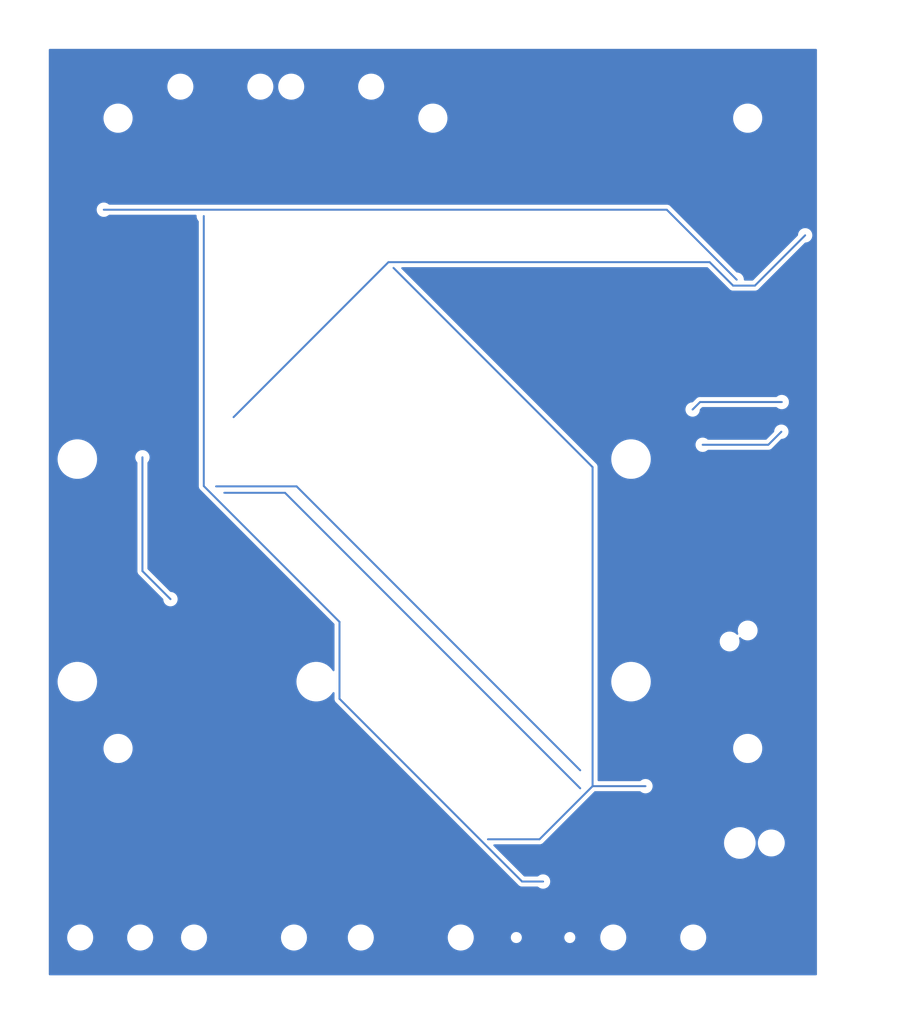
<source format=kicad_pcb>
(kicad_pcb (version 20221018) (generator pcbnew)

  (general
    (thickness 1.6)
  )

  (paper "A4")
  (layers
    (0 "F.Cu" signal)
    (31 "B.Cu" signal)
    (32 "B.Adhes" user "B.Adhesive")
    (33 "F.Adhes" user "F.Adhesive")
    (34 "B.Paste" user)
    (35 "F.Paste" user)
    (36 "B.SilkS" user "B.Silkscreen")
    (37 "F.SilkS" user "F.Silkscreen")
    (38 "B.Mask" user)
    (39 "F.Mask" user)
    (40 "Dwgs.User" user "User.Drawings")
    (41 "Cmts.User" user "User.Comments")
    (42 "Eco1.User" user "User.Eco1")
    (43 "Eco2.User" user "User.Eco2")
    (44 "Edge.Cuts" user)
    (45 "Margin" user)
    (46 "B.CrtYd" user "B.Courtyard")
    (47 "F.CrtYd" user "F.Courtyard")
    (48 "B.Fab" user)
    (49 "F.Fab" user)
  )

  (setup
    (stackup
      (layer "F.SilkS" (type "Top Silk Screen"))
      (layer "F.Paste" (type "Top Solder Paste"))
      (layer "F.Mask" (type "Top Solder Mask") (thickness 0.01))
      (layer "F.Cu" (type "copper") (thickness 0.035))
      (layer "dielectric 1" (type "core") (thickness 1.51) (material "FR4") (epsilon_r 4.5) (loss_tangent 0.02))
      (layer "B.Cu" (type "copper") (thickness 0.035))
      (layer "B.Mask" (type "Bottom Solder Mask") (thickness 0.01))
      (layer "B.Paste" (type "Bottom Solder Paste"))
      (layer "B.SilkS" (type "Bottom Silk Screen"))
      (copper_finish "None")
      (dielectric_constraints no)
    )
    (pad_to_mask_clearance 0)
    (grid_origin 100 100)
    (pcbplotparams
      (layerselection 0x00010fc_ffffffff)
      (plot_on_all_layers_selection 0x0000000_00000000)
      (disableapertmacros false)
      (usegerberextensions false)
      (usegerberattributes true)
      (usegerberadvancedattributes true)
      (creategerberjobfile true)
      (dashed_line_dash_ratio 12.000000)
      (dashed_line_gap_ratio 3.000000)
      (svgprecision 6)
      (plotframeref false)
      (viasonmask false)
      (mode 1)
      (useauxorigin false)
      (hpglpennumber 1)
      (hpglpenspeed 20)
      (hpglpendiameter 15.000000)
      (dxfpolygonmode true)
      (dxfimperialunits true)
      (dxfusepcbnewfont true)
      (psnegative false)
      (psa4output false)
      (plotreference true)
      (plotvalue true)
      (plotinvisibletext false)
      (sketchpadsonfab false)
      (subtractmaskfromsilk false)
      (outputformat 1)
      (mirror false)
      (drillshape 0)
      (scaleselection 1)
      (outputdirectory "output/fab")
    )
  )

  (net 0 "")
  (net 1 "+24V")
  (net 2 "GND")
  (net 3 "/SDA1")
  (net 4 "+3.3V")
  (net 5 "/ANSET")
  (net 6 "/ENC_A")
  (net 7 "/ENC_B")
  (net 8 "/SCL1")
  (net 9 "/ALARM")
  (net 10 "/DI3")

  (segment (start 103.5472 141.5331) (end 97 141.5331) (width 0.25) (layer "B.Cu") (net 1) (tstamp 7bcecb9e-af63-41e9-8cb2-5c4c07127379))
  (segment (start 110.2913 134.789) (end 117.0107 134.789) (width 0.25) (layer "B.Cu") (net 1) (tstamp a1aaf855-c6eb-4e05-834d-2b3b4de22914))
  (segment (start 85 69.0037) (end 110.2913 94.295) (width 0.25) (layer "B.Cu") (net 1) (tstamp cc779bd2-4384-4238-99ba-59ad868eb5d2))
  (segment (start 110.2913 94.295) (end 110.2913 134.789) (width 0.25) (layer "B.Cu") (net 1) (tstamp cf6041d4-3a3b-4826-842c-60a766775fd8))
  (segment (start 110.2913 134.789) (end 103.5472 141.5331) (width 0.25) (layer "B.Cu") (net 1) (tstamp d387d03c-456b-4f5f-838b-199d5a19fe04))
  (segment (start 115.7988 85.6273) (end 113.3903 85.6273) (width 0.25) (layer "B.Cu") (net 2) (tstamp b1566c02-2596-4ab6-92fe-4d7e94c42446))
  (segment (start 125.6625 95.491) (end 115.7988 85.6273) (width 0.25) (layer "B.Cu") (net 2) (tstamp ddb624ec-ae8c-44a9-8bcc-8efae86e7343))
  (segment (start 71.2084 97.5496) (end 63.5017 97.5496) (width 0.25) (layer "B.Cu") (net 3) (tstamp 0e6123ba-a658-46eb-a29d-a22f9cd31252))
  (segment (start 108.7208 135.062) (end 71.2084 97.5496) (width 0.25) (layer "B.Cu") (net 3) (tstamp 3bb1d789-7033-409a-9cb1-2284c25e78e5))
  (segment (start 128.5983 70.5011) (end 119.7148 61.6176) (width 0.25) (layer "B.Cu") (net 4) (tstamp aafc6f6a-fbcb-4b1f-9836-863bc21d9182))
  (segment (start 119.7148 61.6176) (end 48.19 61.6176) (width 0.25) (layer "B.Cu") (net 4) (tstamp c5b5632c-a991-4427-899f-7f0569bd14c3))
  (segment (start 101.3325 146.8929) (end 104 146.8929) (width 0.25) (layer "B.Cu") (net 5) (tstamp 2394a359-38f6-40e1-a6ae-74bdc64112ce))
  (segment (start 60.89 96.6898) (end 78.1352 113.935) (width 0.25) (layer "B.Cu") (net 5) (tstamp 399d8f2c-0630-4d56-b51e-d90831fd1552))
  (segment (start 78.1352 123.6956) (end 101.3325 146.8929) (width 0.25) (layer "B.Cu") (net 5) (tstamp 619dc1a4-4e7e-4bbe-b7a3-bf31746aa10e))
  (segment (start 78.1352 113.935) (end 78.1352 123.6956) (width 0.25) (layer "B.Cu") (net 5) (tstamp 69319644-8c5e-43b1-a2c9-12be895406b5))
  (segment (start 60.89 62.4245) (end 60.89 96.6898) (width 0.25) (layer "B.Cu") (net 5) (tstamp a50153e3-2d61-4a6b-987f-f7cf090c526f))
  (segment (start 123.9477 86.0317) (end 123 86.9794) (width 0.25) (layer "B.Cu") (net 6) (tstamp 42cd3ef4-002c-4e4b-96d4-536d94941d00))
  (segment (start 134.3296 86.0317) (end 123.9477 86.0317) (width 0.25) (layer "B.Cu") (net 6) (tstamp afc525ee-a162-411f-aa43-e19fad9ba31c))
  (segment (start 134.276 89.7969) (end 132.6195 91.4534) (width 0.25) (layer "B.Cu") (net 7) (tstamp 7299712e-a275-4234-bafe-5aed93171916))
  (segment (start 132.6195 91.4534) (end 124.2788 91.4534) (width 0.25) (layer "B.Cu") (net 7) (tstamp 92ea0bdf-6c23-4a84-98b1-c0be5d33b282))
  (segment (start 72.6836 96.737) (end 62.4589 96.737) (width 0.25) (layer "B.Cu") (net 8) (tstamp 358efa26-1927-41b8-935e-03222838c0ae))
  (segment (start 108.7208 132.7742) (end 72.6836 96.737) (width 0.25) (layer "B.Cu") (net 8) (tstamp bac12264-b154-4b8b-b6f5-f656a03da9c5))
  (segment (start 125.1677 68.2776) (end 84.3532 68.2776) (width 0.25) (layer "B.Cu") (net 9) (tstamp 61c97bd8-74fe-4a59-b552-9613cd12104f))
  (segment (start 130.9181 71.2523) (end 128.1424 71.2523) (width 0.25) (layer "B.Cu") (net 9) (tstamp adb85f7d-2602-4d26-9eae-566985d378e1))
  (segment (start 137.3013 64.8691) (end 130.9181 71.2523) (width 0.25) (layer "B.Cu") (net 9) (tstamp b0e980c9-3248-48cf-b47a-48e979e389b9))
  (segment (start 128.1424 71.2523) (end 125.1677 68.2776) (width 0.25) (layer "B.Cu") (net 9) (tstamp b8492090-876b-453e-82c8-d59a431aa05f))
  (segment (start 84.3532 68.2776) (end 64.6777 87.9531) (width 0.25) (layer "B.Cu") (net 9) (tstamp f1b23716-0536-44a3-a7e2-ec322dede969))
  (segment (start 53.0976 107.4883) (end 53.0976 93.0453) (width 0.25) (layer "B.Cu") (net 10) (tstamp 1de7af28-e80f-4919-900b-a006b052959e))
  (segment (start 56.66 111.0507) (end 53.0976 107.4883) (width 0.25) (layer "B.Cu") (net 10) (tstamp 5f4431e7-deec-4269-996c-bd10b6f4b82a))

  (zone (net 2) (net_name "GND") (layer "B.Cu") (tstamp 168100bb-9ab5-48ac-85bb-b90b28785d8a) (hatch edge 0.5)
    (connect_pads (clearance 0.508))
    (min_thickness 0.25) (filled_areas_thickness no)
    (fill yes (thermal_gap 0.5) (thermal_bridge_width 0.5))
    (polygon
      (pts
        (xy 35 35)
        (xy 150 35)
        (xy 150 165)
        (xy 35 165)
      )
    )
    (filled_polygon
      (layer "B.Cu")
      (pts
        (xy 138.742539 41.220185)
        (xy 138.788294 41.272989)
        (xy 138.7995 41.3245)
        (xy 138.7995 158.6755)
        (xy 138.779815 158.742539)
        (xy 138.727011 158.788294)
        (xy 138.6755 158.7995)
        (xy 41.3245 158.7995)
        (xy 41.257461 158.779815)
        (xy 41.211706 158.727011)
        (xy 41.2005 158.6755)
        (xy 41.2005 154)
        (xy 43.533393 154)
        (xy 43.553789 154.259153)
        (xy 43.614472 154.511919)
        (xy 43.713951 154.752084)
        (xy 43.849773 154.973723)
        (xy 43.849774 154.973726)
        (xy 43.849777 154.973729)
        (xy 44.018602 155.171398)
        (xy 44.171616 155.302084)
        (xy 44.216273 155.340225)
        (xy 44.216276 155.340226)
        (xy 44.437915 155.476048)
        (xy 44.67808 155.575527)
        (xy 44.93085 155.636211)
        (xy 45.19 155.656607)
        (xy 45.44915 155.636211)
        (xy 45.70192 155.575527)
        (xy 45.942084 155.476048)
        (xy 46.163729 155.340223)
        (xy 46.361398 155.171398)
        (xy 46.530223 154.973729)
        (xy 46.666048 154.752084)
        (xy 46.765527 154.51192)
        (xy 46.826211 154.25915)
        (xy 46.846607 154)
        (xy 51.153393 154)
        (xy 51.173789 154.259153)
        (xy 51.234472 154.511919)
        (xy 51.333951 154.752084)
        (xy 51.469773 154.973723)
        (xy 51.469774 154.973726)
        (xy 51.469777 154.973729)
        (xy 51.638602 155.171398)
        (xy 51.791616 155.302084)
        (xy 51.836273 155.340225)
        (xy 51.836276 155.340226)
        (xy 52.057915 155.476048)
        (xy 52.29808 155.575527)
        (xy 52.55085 155.636211)
        (xy 52.81 155.656607)
        (xy 53.06915 155.636211)
        (xy 53.32192 155.575527)
        (xy 53.562084 155.476048)
        (xy 53.783729 155.340223)
        (xy 53.981398 155.171398)
        (xy 54.150223 154.973729)
        (xy 54.286048 154.752084)
        (xy 54.385527 154.51192)
        (xy 54.446211 154.25915)
        (xy 54.466607 154)
        (xy 57.993393 154)
        (xy 58.013789 154.259153)
        (xy 58.074472 154.511919)
        (xy 58.173951 154.752084)
        (xy 58.309773 154.973723)
        (xy 58.309774 154.973726)
        (xy 58.309777 154.973729)
        (xy 58.478602 155.171398)
        (xy 58.631616 155.302084)
        (xy 58.676273 155.340225)
        (xy 58.676276 155.340226)
        (xy 58.897915 155.476048)
        (xy 59.13808 155.575527)
        (xy 59.39085 155.636211)
        (xy 59.65 155.656607)
        (xy 59.90915 155.636211)
        (xy 60.16192 155.575527)
        (xy 60.402084 155.476048)
        (xy 60.623729 155.340223)
        (xy 60.821398 155.171398)
        (xy 60.990223 154.973729)
        (xy 61.126048 154.752084)
        (xy 61.225527 154.51192)
        (xy 61.286211 154.25915)
        (xy 61.306607 154)
        (xy 70.693393 154)
        (xy 70.713789 154.259153)
        (xy 70.774472 154.511919)
        (xy 70.873951 154.752084)
        (xy 71.009773 154.973723)
        (xy 71.009774 154.973726)
        (xy 71.009777 154.973729)
        (xy 71.178602 155.171398)
        (xy 71.331616 155.302084)
        (xy 71.376273 155.340225)
        (xy 71.376276 155.340226)
        (xy 71.597915 155.476048)
        (xy 71.83808 155.575527)
        (xy 72.09085 155.636211)
        (xy 72.35 155.656607)
        (xy 72.60915 155.636211)
        (xy 72.86192 155.575527)
        (xy 73.102084 155.476048)
        (xy 73.323729 155.340223)
        (xy 73.521398 155.171398)
        (xy 73.690223 154.973729)
        (xy 73.826048 154.752084)
        (xy 73.925527 154.51192)
        (xy 73.986211 154.25915)
        (xy 74.006607 154)
        (xy 79.183393 154)
        (xy 79.203789 154.259153)
        (xy 79.264472 154.511919)
        (xy 79.363951 154.752084)
        (xy 79.499773 154.973723)
        (xy 79.499774 154.973726)
        (xy 79.499777 154.973729)
        (xy 79.668602 155.171398)
        (xy 79.821616 155.302084)
        (xy 79.866273 155.340225)
        (xy 79.866276 155.340226)
        (xy 80.087915 155.476048)
        (xy 80.32808 155.575527)
        (xy 80.58085 155.636211)
        (xy 80.84 155.656607)
        (xy 81.09915 155.636211)
        (xy 81.35192 155.575527)
        (xy 81.592084 155.476048)
        (xy 81.813729 155.340223)
        (xy 82.011398 155.171398)
        (xy 82.180223 154.973729)
        (xy 82.316048 154.752084)
        (xy 82.415527 154.51192)
        (xy 82.476211 154.25915)
        (xy 82.496607 154)
        (xy 91.883393 154)
        (xy 91.903789 154.259153)
        (xy 91.964472 154.511919)
        (xy 92.063951 154.752084)
        (xy 92.199773 154.973723)
        (xy 92.199774 154.973726)
        (xy 92.199777 154.973729)
        (xy 92.368602 155.171398)
        (xy 92.521616 155.302084)
        (xy 92.566273 155.340225)
        (xy 92.566276 155.340226)
        (xy 92.787915 155.476048)
        (xy 93.02808 155.575527)
        (xy 93.28085 155.636211)
        (xy 93.54 155.656607)
        (xy 93.79915 155.636211)
        (xy 94.05192 155.575527)
        (xy 94.292084 155.476048)
        (xy 94.513729 155.340223)
        (xy 94.711398 155.171398)
        (xy 94.880223 154.973729)
        (xy 95.016048 154.752084)
        (xy 95.115527 154.51192)
        (xy 95.176211 154.25915)
        (xy 95.189913 154.085055)
        (xy 99.8995 154.085055)
        (xy 99.94021 154.250226)
        (xy 100.019263 154.400849)
        (xy 100.019266 154.400852)
        (xy 100.132071 154.528183)
        (xy 100.222318 154.590476)
        (xy 100.272068 154.624817)
        (xy 100.272069 154.624817)
        (xy 100.27207 154.624818)
        (xy 100.431128 154.68514)
        (xy 100.507028 154.694356)
        (xy 100.557626 154.7005)
        (xy 100.557628 154.7005)
        (xy 100.642374 154.7005)
        (xy 100.684538 154.69538)
        (xy 100.768872 154.68514)
        (xy 100.92793 154.624818)
        (xy 101.067929 154.528183)
        (xy 101.180734 154.400852)
        (xy 101.25979 154.250225)
        (xy 101.3005 154.085056)
        (xy 101.3005 154.085055)
        (xy 106.6995 154.085055)
        (xy 106.74021 154.250226)
        (xy 106.819263 154.400849)
        (xy 106.819266 154.400852)
        (xy 106.932071 154.528183)
        (xy 107.022318 154.590476)
        (xy 107.072068 154.624817)
        (xy 107.072069 154.624817)
        (xy 107.07207 154.624818)
        (xy 107.231128 154.68514)
        (xy 107.307028 154.694356)
        (xy 107.357626 154.7005)
        (xy 107.357628 154.7005)
        (xy 107.442374 154.7005)
        (xy 107.484538 154.69538)
        (xy 107.568872 154.68514)
        (xy 107.72793 154.624818)
        (xy 107.867929 154.528183)
        (xy 107.980734 154.400852)
        (xy 108.05979 154.250225)
        (xy 108.1005 154.085056)
        (xy 108.1005 154)
        (xy 111.263393 154)
        (xy 111.283789 154.259153)
        (xy 111.344472 154.511919)
        (xy 111.443951 154.752084)
        (xy 111.579773 154.973723)
        (xy 111.579774 154.973726)
        (xy 111.579777 154.973729)
        (xy 111.748602 155.171398)
        (xy 111.901616 155.302084)
        (xy 111.946273 155.340225)
        (xy 111.946276 155.340226)
        (xy 112.167915 155.476048)
        (xy 112.40808 155.575527)
        (xy 112.66085 155.636211)
        (xy 112.92 155.656607)
        (xy 113.17915 155.636211)
        (xy 113.43192 155.575527)
        (xy 113.672084 155.476048)
        (xy 113.893729 155.340223)
        (xy 114.091398 155.171398)
        (xy 114.260223 154.973729)
        (xy 114.396048 154.752084)
        (xy 114.495527 154.51192)
        (xy 114.556211 154.25915)
        (xy 114.576607 154)
        (xy 121.423393 154)
        (xy 121.443789 154.259153)
        (xy 121.504472 154.511919)
        (xy 121.603951 154.752084)
        (xy 121.739773 154.973723)
        (xy 121.739774 154.973726)
        (xy 121.739777 154.973729)
        (xy 121.908602 155.171398)
        (xy 122.061616 155.302084)
        (xy 122.106273 155.340225)
        (xy 122.106276 155.340226)
        (xy 122.327915 155.476048)
        (xy 122.56808 155.575527)
        (xy 122.82085 155.636211)
        (xy 123.08 155.656607)
        (xy 123.33915 155.636211)
        (xy 123.59192 155.575527)
        (xy 123.832084 155.476048)
        (xy 124.053729 155.340223)
        (xy 124.251398 155.171398)
        (xy 124.420223 154.973729)
        (xy 124.556048 154.752084)
        (xy 124.655527 154.51192)
        (xy 124.716211 154.25915)
        (xy 124.736607 154)
        (xy 124.716211 153.74085)
        (xy 124.655527 153.48808)
        (xy 124.556048 153.247916)
        (xy 124.556048 153.247915)
        (xy 124.420226 153.026276)
        (xy 124.420225 153.026273)
        (xy 124.382084 152.981616)
        (xy 124.251398 152.828602)
        (xy 124.12071 152.716984)
        (xy 124.053726 152.659774)
        (xy 124.053723 152.659773)
        (xy 123.832084 152.523951)
        (xy 123.591919 152.424472)
        (xy 123.339153 152.363789)
        (xy 123.08 152.343393)
        (xy 122.820846 152.363789)
        (xy 122.56808 152.424472)
        (xy 122.327915 152.523951)
        (xy 122.106276 152.659773)
        (xy 122.106273 152.659774)
        (xy 121.908602 152.828602)
        (xy 121.739774 153.026273)
        (xy 121.739773 153.026276)
        (xy 121.603951 153.247915)
        (xy 121.504472 153.48808)
        (xy 121.443789 153.740846)
        (xy 121.423393 154)
        (xy 114.576607 154)
        (xy 114.556211 153.74085)
        (xy 114.495527 153.48808)
        (xy 114.396048 153.247916)
        (xy 114.396048 153.247915)
        (xy 114.260226 153.026276)
        (xy 114.260225 153.026273)
        (xy 114.222084 152.981616)
        (xy 114.091398 152.828602)
        (xy 113.96071 152.716984)
        (xy 113.893726 152.659774)
        (xy 113.893723 152.659773)
        (xy 113.672084 152.523951)
        (xy 113.431919 152.424472)
        (xy 113.179153 152.363789)
        (xy 112.92 152.343393)
        (xy 112.660846 152.363789)
        (xy 112.40808 152.424472)
        (xy 112.167915 152.523951)
        (xy 111.946276 152.659773)
        (xy 111.946273 152.659774)
        (xy 111.748602 152.828602)
        (xy 111.579774 153.026273)
        (xy 111.579773 153.026276)
        (xy 111.443951 153.247915)
        (xy 111.344472 153.48808)
        (xy 111.283789 153.740846)
        (xy 111.263393 154)
        (xy 108.1005 154)
        (xy 108.1005 153.914944)
        (xy 108.05979 153.749775)
        (xy 108.055104 153.740846)
        (xy 107.980736 153.59915)
        (xy 107.96156 153.577505)
        (xy 107.867929 153.471817)
        (xy 107.818177 153.437475)
        (xy 107.727931 153.375182)
        (xy 107.568874 153.31486)
        (xy 107.568868 153.314859)
        (xy 107.442374 153.2995)
        (xy 107.442372 153.2995)
        (xy 107.357628 153.2995)
        (xy 107.357626 153.2995)
        (xy 107.231131 153.314859)
        (xy 107.231125 153.31486)
        (xy 107.072068 153.375182)
        (xy 106.932072 153.471816)
        (xy 106.819263 153.59915)
        (xy 106.74021 153.749773)
        (xy 106.6995 153.914944)
        (xy 106.6995 154.085055)
        (xy 101.3005 154.085055)
        (xy 101.3005 153.914944)
        (xy 101.25979 153.749775)
        (xy 101.255104 153.740846)
        (xy 101.180736 153.59915)
        (xy 101.16156 153.577505)
        (xy 101.067929 153.471817)
        (xy 101.018177 153.437475)
        (xy 100.927931 153.375182)
        (xy 100.768874 153.31486)
        (xy 100.768868 153.314859)
        (xy 100.642374 153.2995)
        (xy 100.642372 153.2995)
        (xy 100.557628 153.2995)
        (xy 100.557626 153.2995)
        (xy 100.431131 153.314859)
        (xy 100.431125 153.31486)
        (xy 100.272068 153.375182)
        (xy 100.132072 153.471816)
        (xy 100.019263 153.59915)
        (xy 99.94021 153.749773)
        (xy 99.8995 153.914944)
        (xy 99.8995 154.085055)
        (xy 95.189913 154.085055)
        (xy 95.196607 154)
        (xy 95.176211 153.74085)
        (xy 95.115527 153.48808)
        (xy 95.016048 153.247916)
        (xy 95.016048 153.247915)
        (xy 94.880226 153.026276)
        (xy 94.880225 153.026273)
        (xy 94.842084 152.981616)
        (xy 94.711398 152.828602)
        (xy 94.58071 152.716984)
        (xy 94.513726 152.659774)
        (xy 94.513723 152.659773)
        (xy 94.292084 152.523951)
        (xy 94.051919 152.424472)
        (xy 93.799153 152.363789)
        (xy 93.54 152.343393)
        (xy 93.280846 152.363789)
        (xy 93.02808 152.424472)
        (xy 92.787915 152.523951)
        (xy 92.566276 152.659773)
        (xy 92.566273 152.659774)
        (xy 92.368602 152.828602)
        (xy 92.199774 153.026273)
        (xy 92.199773 153.026276)
        (xy 92.063951 153.247915)
        (xy 91.964472 153.48808)
        (xy 91.903789 153.740846)
        (xy 91.883393 154)
        (xy 82.496607 154)
        (xy 82.476211 153.74085)
        (xy 82.415527 153.48808)
        (xy 82.316048 153.247916)
        (xy 82.316048 153.247915)
        (xy 82.180226 153.026276)
        (xy 82.180225 153.026273)
        (xy 82.142084 152.981616)
        (xy 82.011398 152.828602)
        (xy 81.88071 152.716984)
        (xy 81.813726 152.659774)
        (xy 81.813723 152.659773)
        (xy 81.592084 152.523951)
        (xy 81.351919 152.424472)
        (xy 81.099153 152.363789)
        (xy 80.84 152.343393)
        (xy 80.580846 152.363789)
        (xy 80.32808 152.424472)
        (xy 80.087915 152.523951)
        (xy 79.866276 152.659773)
        (xy 79.866273 152.659774)
        (xy 79.668602 152.828602)
        (xy 79.499774 153.026273)
        (xy 79.499773 153.026276)
        (xy 79.363951 153.247915)
        (xy 79.264472 153.48808)
        (xy 79.203789 153.740846)
        (xy 79.183393 154)
        (xy 74.006607 154)
        (xy 73.986211 153.74085)
        (xy 73.925527 153.48808)
        (xy 73.826048 153.247916)
        (xy 73.826048 153.247915)
        (xy 73.690226 153.026276)
        (xy 73.690225 153.026273)
        (xy 73.652084 152.981616)
        (xy 73.521398 152.828602)
        (xy 73.39071 152.716984)
        (xy 73.323726 152.659774)
        (xy 73.323723 152.659773)
        (xy 73.102084 152.523951)
        (xy 72.861919 152.424472)
        (xy 72.609153 152.363789)
        (xy 72.35 152.343393)
        (xy 72.090846 152.363789)
        (xy 71.83808 152.424472)
        (xy 71.597915 152.523951)
        (xy 71.376276 152.659773)
        (xy 71.376273 152.659774)
        (xy 71.178602 152.828602)
        (xy 71.009774 153.026273)
        (xy 71.009773 153.026276)
        (xy 70.873951 153.247915)
        (xy 70.774472 153.48808)
        (xy 70.713789 153.740846)
        (xy 70.693393 154)
        (xy 61.306607 154)
        (xy 61.286211 153.74085)
        (xy 61.225527 153.48808)
        (xy 61.126048 153.247916)
        (xy 61.126048 153.247915)
        (xy 60.990226 153.026276)
        (xy 60.990225 153.026273)
        (xy 60.952084 152.981616)
        (xy 60.821398 152.828602)
        (xy 60.69071 152.716984)
        (xy 60.623726 152.659774)
        (xy 60.623723 152.659773)
        (xy 60.402084 152.523951)
        (xy 60.161919 152.424472)
        (xy 59.909153 152.363789)
        (xy 59.65 152.343393)
        (xy 59.390846 152.363789)
        (xy 59.13808 152.424472)
        (xy 58.897915 152.523951)
        (xy 58.676276 152.659773)
        (xy 58.676273 152.659774)
        (xy 58.478602 152.828602)
        (xy 58.309774 153.026273)
        (xy 58.309773 153.026276)
        (xy 58.173951 153.247915)
        (xy 58.074472 153.48808)
        (xy 58.013789 153.740846)
        (xy 57.993393 154)
        (xy 54.466607 154)
        (xy 54.446211 153.74085)
        (xy 54.385527 153.48808)
        (xy 54.286048 153.247916)
        (xy 54.286048 153.247915)
        (xy 54.150226 153.026276)
        (xy 54.150225 153.026273)
        (xy 54.112084 152.981616)
        (xy 53.981398 152.828602)
        (xy 53.85071 152.716984)
        (xy 53.783726 152.659774)
        (xy 53.783723 152.659773)
        (xy 53.562084 152.523951)
        (xy 53.321919 152.424472)
        (xy 53.069153 152.363789)
        (xy 52.81 152.343393)
        (xy 52.550846 152.363789)
        (xy 52.29808 152.424472)
        (xy 52.057915 152.523951)
        (xy 51.836276 152.659773)
        (xy 51.836273 152.659774)
        (xy 51.638602 152.828602)
        (xy 51.469774 153.026273)
        (xy 51.469773 153.026276)
        (xy 51.333951 153.247915)
        (xy 51.234472 153.48808)
        (xy 51.173789 153.740846)
        (xy 51.153393 154)
        (xy 46.846607 154)
        (xy 46.826211 153.74085)
        (xy 46.765527 153.48808)
        (xy 46.666048 153.247916)
        (xy 46.666048 153.247915)
        (xy 46.530226 153.026276)
        (xy 46.530225 153.026273)
        (xy 46.492084 152.981616)
        (xy 46.361398 152.828602)
        (xy 46.23071 152.716984)
        (xy 46.163726 152.659774)
        (xy 46.163723 152.659773)
        (xy 45.942084 152.523951)
        (xy 45.701919 152.424472)
        (xy 45.449153 152.363789)
        (xy 45.19 152.343393)
        (xy 44.930846 152.363789)
        (xy 44.67808 152.424472)
        (xy 44.437915 152.523951)
        (xy 44.216276 152.659773)
        (xy 44.216273 152.659774)
        (xy 44.018602 152.828602)
        (xy 43.849774 153.026273)
        (xy 43.849773 153.026276)
        (xy 43.713951 153.247915)
        (xy 43.614472 153.48808)
        (xy 43.553789 153.740846)
        (xy 43.533393 154)
        (xy 41.2005 154)
        (xy 41.2005 130.067763)
        (xy 48.145787 130.067763)
        (xy 48.175413 130.337013)
        (xy 48.175415 130.337024)
        (xy 48.243926 130.599082)
        (xy 48.243928 130.599088)
        (xy 48.34987 130.84839)
        (xy 48.421998 130.966575)
        (xy 48.490979 131.079605)
        (xy 48.490986 131.079615)
        (xy 48.664253 131.287819)
        (xy 48.664259 131.287824)
        (xy 48.865998 131.468582)
        (xy 49.09191 131.618044)
        (xy 49.337176 131.73302)
        (xy 49.337183 131.733022)
        (xy 49.337185 131.733023)
        (xy 49.596557 131.811057)
        (xy 49.596564 131.811058)
        (xy 49.596569 131.81106)
        (xy 49.864561 131.8505)
        (xy 49.864566 131.8505)
        (xy 50.067636 131.8505)
        (xy 50.119133 131.84673)
        (xy 50.270156 131.835677)
        (xy 50.382758 131.810593)
        (xy 50.534546 131.776782)
        (xy 50.534548 131.776781)
        (xy 50.534553 131.77678)
        (xy 50.787558 131.680014)
        (xy 51.023777 131.547441)
        (xy 51.238177 131.381888)
        (xy 51.426186 131.186881)
        (xy 51.583799 130.966579)
        (xy 51.657787 130.822669)
        (xy 51.707649 130.72569)
        (xy 51.707651 130.725684)
        (xy 51.707656 130.725675)
        (xy 51.795118 130.469305)
        (xy 51.844319 130.202933)
        (xy 51.854212 129.932235)
        (xy 51.824586 129.662982)
        (xy 51.756072 129.400912)
        (xy 51.65013 129.15161)
        (xy 51.509018 128.92039)
        (xy 51.419747 128.813119)
        (xy 51.335746 128.71218)
        (xy 51.33574 128.712175)
        (xy 51.134002 128.531418)
        (xy 50.908092 128.381957)
        (xy 50.90809 128.381956)
        (xy 50.662824 128.26698)
        (xy 50.662819 128.266978)
        (xy 50.662814 128.266976)
        (xy 50.403442 128.188942)
        (xy 50.403428 128.188939)
        (xy 50.287791 128.171921)
        (xy 50.135439 128.1495)
        (xy 49.932369 128.1495)
        (xy 49.932364 128.1495)
        (xy 49.729844 128.164323)
        (xy 49.729831 128.164325)
        (xy 49.465453 128.223217)
        (xy 49.465446 128.22322)
        (xy 49.212439 128.319987)
        (xy 48.976226 128.452557)
        (xy 48.761822 128.618112)
        (xy 48.573822 128.813109)
        (xy 48.573816 128.813116)
        (xy 48.416202 129.033419)
        (xy 48.416199 129.033424)
        (xy 48.29235 129.274309)
        (xy 48.292343 129.274327)
        (xy 48.204884 129.530685)
        (xy 48.204881 129.530699)
        (xy 48.155681 129.797068)
        (xy 48.15568 129.797075)
        (xy 48.145787 130.067763)
        (xy 41.2005 130.067763)
        (xy 41.2005 121.522505)
        (xy 42.31154 121.522505)
        (xy 42.331357 121.837512)
        (xy 42.331359 121.83752)
        (xy 42.390505 122.147572)
        (xy 42.390507 122.147577)
        (xy 42.488044 122.447767)
        (xy 42.488046 122.447772)
        (xy 42.622436 122.733365)
        (xy 42.622442 122.733376)
        (xy 42.791561 122.999865)
        (xy 42.791563 122.999868)
        (xy 42.791568 122.999875)
        (xy 42.992767 123.243082)
        (xy 42.992772 123.243088)
        (xy 43.222858 123.459152)
        (xy 43.222868 123.45916)
        (xy 43.478209 123.644676)
        (xy 43.478214 123.644678)
        (xy 43.478221 123.644684)
        (xy 43.754821 123.796747)
        (xy 43.754826 123.796749)
        (xy 43.754828 123.79675)
        (xy 43.754829 123.796751)
        (xy 44.048294 123.912942)
        (xy 44.048297 123.912943)
        (xy 44.25791 123.966762)
        (xy 44.354025 123.99144)
        (xy 44.419717 123.999738)
        (xy 44.667167 124.030999)
        (xy 44.667176 124.030999)
        (xy 44.667179 124.031)
        (xy 44.667181 124.031)
        (xy 44.982819 124.031)
        (xy 44.982821 124.031)
        (xy 44.982824 124.030999)
        (xy 44.982832 124.030999)
        (xy 45.202749 124.003217)
        (xy 45.295975 123.99144)
        (xy 45.601702 123.912943)
        (xy 45.601705 123.912942)
        (xy 45.89517 123.796751)
        (xy 45.895171 123.79675)
        (xy 45.895169 123.79675)
        (xy 45.895179 123.796747)
        (xy 46.171779 123.644684)
        (xy 46.42714 123.459154)
        (xy 46.657233 123.243082)
        (xy 46.858432 122.999875)
        (xy 47.027562 122.733369)
        (xy 47.161956 122.447766)
        (xy 47.259495 122.147572)
        (xy 47.318641 121.83752)
        (xy 47.33846 121.5225)
        (xy 47.33846 121.522494)
        (xy 47.318642 121.207487)
        (xy 47.318641 121.20748)
        (xy 47.259495 120.897428)
        (xy 47.161956 120.597234)
        (xy 47.027562 120.311631)
        (xy 46.858432 120.045125)
        (xy 46.657233 119.801918)
        (xy 46.657232 119.801917)
        (xy 46.657227 119.801911)
        (xy 46.427141 119.585847)
        (xy 46.427131 119.585839)
        (xy 46.17179 119.400323)
        (xy 46.171783 119.400318)
        (xy 46.171779 119.400316)
        (xy 45.895179 119.248253)
        (xy 45.895176 119.248251)
        (xy 45.895171 119.248249)
        (xy 45.89517 119.248248)
        (xy 45.601705 119.132057)
        (xy 45.601702 119.132056)
        (xy 45.295978 119.05356)
        (xy 45.295965 119.053558)
        (xy 44.982832 119.014)
        (xy 44.982821 119.014)
        (xy 44.667179 119.014)
        (xy 44.667167 119.014)
        (xy 44.354034 119.053558)
        (xy 44.354021 119.05356)
        (xy 44.048297 119.132056)
        (xy 44.048294 119.132057)
        (xy 43.754829 119.248248)
        (xy 43.754828 119.248249)
        (xy 43.478221 119.400316)
        (xy 43.478209 119.400323)
        (xy 43.222868 119.585839)
        (xy 43.222858 119.585847)
        (xy 42.992772 119.801911)
        (xy 42.791561 120.045134)
        (xy 42.622442 120.311623)
        (xy 42.622436 120.311634)
        (xy 42.488046 120.597227)
        (xy 42.488044 120.597232)
        (xy 42.397537 120.875783)
        (xy 42.390505 120.897428)
        (xy 42.35722 121.071909)
        (xy 42.331357 121.207487)
        (xy 42.31154 121.522494)
        (xy 42.31154 121.522505)
        (xy 41.2005 121.522505)
        (xy 41.2005 93.272505)
        (xy 42.31154 93.272505)
        (xy 42.331357 93.587512)
        (xy 42.331359 93.58752)
        (xy 42.390505 93.897572)
        (xy 42.425851 94.006355)
        (xy 42.488044 94.197767)
        (xy 42.488046 94.197772)
        (xy 42.622436 94.483365)
        (xy 42.622442 94.483376)
        (xy 42.791561 94.749865)
        (xy 42.791563 94.749868)
        (xy 42.791568 94.749875)
        (xy 42.992767 94.993082)
        (xy 42.992772 94.993088)
        (xy 43.222858 95.209152)
        (xy 43.222868 95.20916)
        (xy 43.478209 95.394676)
        (xy 43.478214 95.394678)
        (xy 43.478221 95.394684)
        (xy 43.754821 95.546747)
        (xy 43.754826 95.546749)
        (xy 43.754828 95.54675)
        (xy 43.754829 95.546751)
        (xy 44.048294 95.662942)
        (xy 44.048297 95.662943)
        (xy 44.354021 95.741439)
        (xy 44.354025 95.74144)
        (xy 44.419717 95.749738)
        (xy 44.667167 95.780999)
        (xy 44.667176 95.780999)
        (xy 44.667179 95.781)
        (xy 44.667181 95.781)
        (xy 44.982819 95.781)
        (xy 44.982821 95.781)
        (xy 44.982824 95.780999)
        (xy 44.982832 95.780999)
        (xy 45.169692 95.757392)
        (xy 45.295975 95.74144)
        (xy 45.601702 95.662943)
        (xy 45.601705 95.662942)
        (xy 45.89517 95.546751)
        (xy 45.895171 95.54675)
        (xy 45.895169 95.54675)
        (xy 45.895179 95.546747)
        (xy 46.171779 95.394684)
        (xy 46.42714 95.209154)
        (xy 46.657233 94.993082)
        (xy 46.858432 94.749875)
        (xy 47.027562 94.483369)
        (xy 47.161956 94.197766)
        (xy 47.259495 93.897572)
        (xy 47.318641 93.58752)
        (xy 47.33846 93.2725)
        (xy 47.33846 93.272494)
        (xy 47.324167 93.0453)
        (xy 52.184096 93.0453)
        (xy 52.204058 93.235228)
        (xy 52.204059 93.235231)
        (xy 52.26307 93.416849)
        (xy 52.263073 93.416856)
        (xy 52.358559 93.582243)
        (xy 52.36667 93.591251)
        (xy 52.432249 93.664084)
        (xy 52.46248 93.727075)
        (xy 52.4641 93.747056)
        (xy 52.4641 107.404666)
        (xy 52.462361 107.420413)
        (xy 52.462632 107.420439)
        (xy 52.461898 107.428205)
        (xy 52.4641 107.498257)
        (xy 52.4641 107.528159)
        (xy 52.464984 107.535156)
        (xy 52.465442 107.540979)
        (xy 52.466926 107.588189)
        (xy 52.466927 107.588191)
        (xy 52.472622 107.607795)
        (xy 52.476567 107.626842)
        (xy 52.479126 107.647097)
        (xy 52.479127 107.6471)
        (xy 52.479128 107.647103)
        (xy 52.496514 107.691016)
        (xy 52.498406 107.696544)
        (xy 52.511581 107.741892)
        (xy 52.521972 107.759462)
        (xy 52.530532 107.776935)
        (xy 52.538047 107.795917)
        (xy 52.565809 107.834127)
        (xy 52.569016 107.83901)
        (xy 52.593058 107.879662)
        (xy 52.593062 107.879666)
        (xy 52.607489 107.894093)
        (xy 52.620126 107.908888)
        (xy 52.632128 107.925407)
        (xy 52.668531 107.955522)
        (xy 52.672831 107.959435)
        (xy 54.819277 110.105881)
        (xy 55.713378 110.999982)
        (xy 55.746863 111.061305)
        (xy 55.749018 111.074701)
        (xy 55.756992 111.150568)
        (xy 55.766458 111.240628)
        (xy 55.766459 111.240631)
        (xy 55.82547 111.422249)
        (xy 55.825473 111.422256)
        (xy 55.92096 111.587644)
        (xy 56.048747 111.729566)
        (xy 56.203248 111.841818)
        (xy 56.377712 111.919494)
        (xy 56.564513 111.9592)
        (xy 56.755487 111.9592)
        (xy 56.942288 111.919494)
        (xy 57.116752 111.841818)
        (xy 57.271253 111.729566)
        (xy 57.39904 111.587644)
        (xy 57.494527 111.422256)
        (xy 57.553542 111.240628)
        (xy 57.573504 111.0507)
        (xy 57.553542 110.860772)
        (xy 57.494527 110.679144)
        (xy 57.39904 110.513756)
        (xy 57.271253 110.371834)
        (xy 57.116752 110.259582)
        (xy 56.942288 110.181906)
        (xy 56.942286 110.181905)
        (xy 56.755487 110.1422)
        (xy 56.698767 110.1422)
        (xy 56.631728 110.122515)
        (xy 56.611086 110.105881)
        (xy 53.767419 107.262214)
        (xy 53.733934 107.200891)
        (xy 53.7311 107.174533)
        (xy 53.7311 93.747056)
        (xy 53.750785 93.680017)
        (xy 53.762946 93.664088)
        (xy 53.83664 93.582244)
        (xy 53.932127 93.416856)
        (xy 53.991142 93.235228)
        (xy 54.011104 93.0453)
        (xy 53.991142 92.855372)
        (xy 53.932127 92.673744)
        (xy 53.83664 92.508356)
        (xy 53.708853 92.366434)
        (xy 53.554352 92.254182)
        (xy 53.379888 92.176506)
        (xy 53.379886 92.176505)
        (xy 53.193087 92.1368)
        (xy 53.002113 92.1368)
        (xy 52.815314 92.176505)
        (xy 52.640846 92.254183)
        (xy 52.486345 92.366435)
        (xy 52.358559 92.508357)
        (xy 52.263073 92.673743)
        (xy 52.26307 92.67375)
        (xy 52.204059 92.855368)
        (xy 52.204058 92.855372)
        (xy 52.184096 93.0453)
        (xy 47.324167 93.0453)
        (xy 47.318642 92.957487)
        (xy 47.318641 92.95748)
        (xy 47.259495 92.647428)
        (xy 47.161956 92.347234)
        (xy 47.027562 92.061631)
        (xy 46.913868 91.882478)
        (xy 46.858438 91.795134)
        (xy 46.858436 91.795132)
        (xy 46.858432 91.795125)
        (xy 46.657233 91.551918)
        (xy 46.657232 91.551917)
        (xy 46.657227 91.551911)
        (xy 46.427141 91.335847)
        (xy 46.427131 91.335839)
        (xy 46.17179 91.150323)
        (xy 46.171783 91.150318)
        (xy 46.171779 91.150316)
        (xy 45.895179 90.998253)
        (xy 45.895176 90.998251)
        (xy 45.895171 90.998249)
        (xy 45.89517 90.998248)
        (xy 45.601705 90.882057)
        (xy 45.601702 90.882056)
        (xy 45.295978 90.80356)
        (xy 45.295965 90.803558)
        (xy 44.982832 90.764)
        (xy 44.982821 90.764)
        (xy 44.667179 90.764)
        (xy 44.667167 90.764)
        (xy 44.354034 90.803558)
        (xy 44.354021 90.80356)
        (xy 44.048297 90.882056)
        (xy 44.048294 90.882057)
        (xy 43.754829 90.998248)
        (xy 43.754828 90.998249)
        (xy 43.478221 91.150316)
        (xy 43.478209 91.150323)
        (xy 43.222868 91.335839)
        (xy 43.222858 91.335847)
        (xy 42.992772 91.551911)
        (xy 42.791561 91.795134)
        (xy 42.622442 92.061623)
        (xy 42.622436 92.061634)
        (xy 42.488046 92.347227)
        (xy 42.488044 92.347232)
        (xy 42.481805 92.366435)
        (xy 42.390505 92.647428)
        (xy 42.35722 92.821909)
        (xy 42.331357 92.957487)
        (xy 42.31154 93.272494)
        (xy 42.31154 93.272505)
        (xy 41.2005 93.272505)
        (xy 41.2005 61.6176)
        (xy 47.276496 61.6176)
        (xy 47.296458 61.807528)
        (xy 47.296459 61.807531)
        (xy 47.35547 61.989149)
        (xy 47.355473 61.989156)
        (xy 47.45096 62.154544)
        (xy 47.578747 62.296466)
        (xy 47.733248 62.408718)
        (xy 47.907712 62.486394)
        (xy 48.094513 62.5261)
        (xy 48.285487 62.5261)
        (xy 48.472288 62.486394)
        (xy 48.646752 62.408718)
        (xy 48.801253 62.296466)
        (xy 48.80516 62.292127)
        (xy 48.864646 62.255479)
        (xy 48.897309 62.2511)
        (xy 59.857005 62.2511)
        (xy 59.924044 62.270785)
        (xy 59.969799 62.323589)
        (xy 59.980325 62.38806)
        (xy 59.976496 62.4245)
        (xy 59.996458 62.614428)
        (xy 59.996459 62.614431)
        (xy 60.05547 62.796049)
        (xy 60.055473 62.796056)
        (xy 60.15096 62.961444)
        (xy 60.224649 63.043284)
        (xy 60.25488 63.106275)
        (xy 60.2565 63.126256)
        (xy 60.2565 96.606166)
        (xy 60.254761 96.621913)
        (xy 60.255032 96.621939)
        (xy 60.254298 96.629705)
        (xy 60.2565 96.699757)
        (xy 60.2565 96.729659)
        (xy 60.257384 96.736656)
        (xy 60.257842 96.742479)
        (xy 60.259326 96.789689)
        (xy 60.259327 96.789691)
        (xy 60.265022 96.809295)
        (xy 60.268967 96.828342)
        (xy 60.271526 96.848597)
        (xy 60.271527 96.8486)
        (xy 60.271528 96.848603)
        (xy 60.288914 96.892516)
        (xy 60.290806 96.898044)
        (xy 60.303981 96.943392)
        (xy 60.314372 96.960962)
        (xy 60.322932 96.978435)
        (xy 60.330447 96.997417)
        (xy 60.358209 97.035627)
        (xy 60.361416 97.04051)
        (xy 60.385458 97.081162)
        (xy 60.385462 97.081166)
        (xy 60.399889 97.095593)
        (xy 60.412526 97.110388)
        (xy 60.424528 97.126907)
        (xy 60.460931 97.157022)
        (xy 60.465231 97.160935)
        (xy 70.478829 107.174533)
        (xy 77.465381 114.161085)
        (xy 77.498866 114.222408)
        (xy 77.5017 114.248766)
        (xy 77.5017 120.080429)
        (xy 77.482015 120.147468)
        (xy 77.429211 120.193223)
        (xy 77.360053 120.203167)
        (xy 77.296497 120.174142)
        (xy 77.273004 120.146872)
        (xy 77.20844 120.045136)
        (xy 77.208435 120.04513)
        (xy 77.208432 120.045125)
        (xy 77.007233 119.801918)
        (xy 77.007232 119.801917)
        (xy 77.007227 119.801911)
        (xy 76.777141 119.585847)
        (xy 76.777131 119.585839)
        (xy 76.52179 119.400323)
        (xy 76.521783 119.400318)
        (xy 76.521779 119.400316)
        (xy 76.245179 119.248253)
        (xy 76.245176 119.248251)
        (xy 76.245171 119.248249)
        (xy 76.24517 119.248248)
        (xy 75.951705 119.132057)
        (xy 75.951702 119.132056)
        (xy 75.645978 119.05356)
        (xy 75.645965 119.053558)
        (xy 75.332832 119.014)
        (xy 75.332821 119.014)
        (xy 75.017179 119.014)
        (xy 75.017167 119.014)
        (xy 74.704034 119.053558)
        (xy 74.704021 119.05356)
        (xy 74.398297 119.132056)
        (xy 74.398294 119.132057)
        (xy 74.104829 119.248248)
        (xy 74.104828 119.248249)
        (xy 73.828221 119.400316)
        (xy 73.828209 119.400323)
        (xy 73.572868 119.585839)
        (xy 73.572858 119.585847)
        (xy 73.342772 119.801911)
        (xy 73.141561 120.045134)
        (xy 72.972442 120.311623)
        (xy 72.972436 120.311634)
        (xy 72.838046 120.597227)
        (xy 72.838044 120.597232)
        (xy 72.747537 120.875783)
        (xy 72.740505 120.897428)
        (xy 72.70722 121.071909)
        (xy 72.681357 121.207487)
        (xy 72.66154 121.522494)
        (xy 72.66154 121.522505)
        (xy 72.681357 121.837512)
        (xy 72.681359 121.83752)
        (xy 72.740505 122.147572)
        (xy 72.740507 122.147577)
        (xy 72.838044 122.447767)
        (xy 72.838046 122.447772)
        (xy 72.972436 122.733365)
        (xy 72.972442 122.733376)
        (xy 73.141561 122.999865)
        (xy 73.141563 122.999868)
        (xy 73.141568 122.999875)
        (xy 73.342767 123.243082)
        (xy 73.342772 123.243088)
        (xy 73.572858 123.459152)
        (xy 73.572868 123.45916)
        (xy 73.828209 123.644676)
        (xy 73.828214 123.644678)
        (xy 73.828221 123.644684)
        (xy 74.104821 123.796747)
        (xy 74.104826 123.796749)
        (xy 74.104828 123.79675)
        (xy 74.104829 123.796751)
        (xy 74.398294 123.912942)
        (xy 74.398297 123.912943)
        (xy 74.60791 123.966762)
        (xy 74.704025 123.99144)
        (xy 74.769717 123.999738)
        (xy 75.017167 124.030999)
        (xy 75.017176 124.030999)
        (xy 75.017179 124.031)
        (xy 75.017181 124.031)
        (xy 75.332819 124.031)
        (xy 75.332821 124.031)
        (xy 75.332824 124.030999)
        (xy 75.332832 124.030999)
        (xy 75.552749 124.003217)
        (xy 75.645975 123.99144)
        (xy 75.951702 123.912943)
        (xy 75.951705 123.912942)
        (xy 76.24517 123.796751)
        (xy 76.245171 123.79675)
        (xy 76.245169 123.79675)
        (xy 76.245179 123.796747)
        (xy 76.521779 123.644684)
        (xy 76.77714 123.459154)
        (xy 77.007233 123.243082)
        (xy 77.208432 122.999875)
        (xy 77.273003 122.898128)
        (xy 77.325545 122.852072)
        (xy 77.394646 122.841733)
        (xy 77.458366 122.870395)
        (xy 77.496476 122.928956)
        (xy 77.5017 122.96457)
        (xy 77.5017 123.611966)
        (xy 77.499961 123.627713)
        (xy 77.500232 123.627739)
        (xy 77.499498 123.635505)
        (xy 77.499498 123.635508)
        (xy 77.499498 123.635509)
        (xy 77.5017 123.705557)
        (xy 77.5017 123.735459)
        (xy 77.502584 123.742456)
        (xy 77.503042 123.748279)
        (xy 77.504526 123.795489)
        (xy 77.504527 123.795491)
        (xy 77.510222 123.815095)
        (xy 77.514167 123.834142)
        (xy 77.516726 123.854397)
        (xy 77.516727 123.8544)
        (xy 77.516728 123.854403)
        (xy 77.534114 123.898316)
        (xy 77.536006 123.903844)
        (xy 77.549181 123.949192)
        (xy 77.559572 123.966762)
        (xy 77.568132 123.984235)
        (xy 77.575647 124.003217)
        (xy 77.603409 124.041427)
        (xy 77.606616 124.04631)
        (xy 77.630658 124.086962)
        (xy 77.630662 124.086966)
        (xy 77.645089 124.101393)
        (xy 77.657726 124.116188)
        (xy 77.669728 124.132707)
        (xy 77.706131 124.162822)
        (xy 77.710431 124.166735)
        (xy 89.284561 135.740865)
        (xy 100.82541 147.281714)
        (xy 100.835316 147.294078)
        (xy 100.835526 147.293905)
        (xy 100.840501 147.299919)
        (xy 100.891594 147.347899)
        (xy 100.912725 147.369029)
        (xy 100.91273 147.369034)
        (xy 100.918302 147.373356)
        (xy 100.922742 147.377149)
        (xy 100.957178 147.409486)
        (xy 100.975067 147.41932)
        (xy 100.991333 147.430004)
        (xy 101.007459 147.442513)
        (xy 101.050798 147.461267)
        (xy 101.056045 147.463837)
        (xy 101.09744 147.486595)
        (xy 101.117218 147.491673)
        (xy 101.135619 147.497973)
        (xy 101.154355 147.506081)
        (xy 101.198862 147.513129)
        (xy 101.201003 147.513469)
        (xy 101.206712 147.514651)
        (xy 101.25247 147.5264)
        (xy 101.272884 147.5264)
        (xy 101.292283 147.527927)
        (xy 101.312443 147.53112)
        (xy 101.359466 147.526675)
        (xy 101.365304 147.5264)
        (xy 103.292691 147.5264)
        (xy 103.35973 147.546085)
        (xy 103.38484 147.567427)
        (xy 103.388747 147.571766)
        (xy 103.543248 147.684018)
        (xy 103.717712 147.761694)
        (xy 103.904513 147.8014)
        (xy 104.095487 147.8014)
        (xy 104.282288 147.761694)
        (xy 104.456752 147.684018)
        (xy 104.611253 147.571766)
        (xy 104.73904 147.429844)
        (xy 104.834527 147.264456)
        (xy 104.893542 147.082828)
        (xy 104.913504 146.8929)
        (xy 104.893542 146.702972)
        (xy 104.834527 146.521344)
        (xy 104.73904 146.355956)
        (xy 104.611253 146.214034)
        (xy 104.456752 146.101782)
        (xy 104.282288 146.024106)
        (xy 104.282286 146.024105)
        (xy 104.095487 145.9844)
        (xy 103.904513 145.9844)
        (xy 103.717714 146.024105)
        (xy 103.543246 146.101783)
        (xy 103.388745 146.214035)
        (xy 103.38484 146.218373)
        (xy 103.325354 146.255021)
        (xy 103.292691 146.2594)
        (xy 101.646267 146.2594)
        (xy 101.579228 146.239715)
        (xy 101.558586 146.223081)
        (xy 97.713786 142.378281)
        (xy 97.680301 142.316958)
        (xy 97.685285 142.247266)
        (xy 97.727157 142.191333)
        (xy 97.792621 142.166916)
        (xy 97.801467 142.1666)
        (xy 103.463566 142.1666)
        (xy 103.479313 142.168338)
        (xy 103.479339 142.168068)
        (xy 103.487105 142.168801)
        (xy 103.487109 142.168802)
        (xy 103.557158 142.1666)
        (xy 103.587056 142.1666)
        (xy 103.587057 142.1666)
        (xy 103.588422 142.166427)
        (xy 103.594062 142.165714)
        (xy 103.599885 142.165256)
        (xy 103.625908 142.164438)
        (xy 103.64709 142.163773)
        (xy 103.656881 142.160927)
        (xy 103.666681 142.15808)
        (xy 103.685738 142.154132)
        (xy 103.705997 142.151574)
        (xy 103.749921 142.134182)
        (xy 103.755421 142.132299)
        (xy 103.800793 142.119118)
        (xy 103.818365 142.108725)
        (xy 103.835832 142.100168)
        (xy 103.854817 142.092652)
        (xy 103.893026 142.06489)
        (xy 103.897904 142.061685)
        (xy 103.938562 142.037642)
        (xy 103.953002 142.0232)
        (xy 103.967792 142.01057)
        (xy 103.982341 142)
        (xy 126.986807 142)
        (xy 127.005557 142.27413)
        (xy 127.005558 142.274132)
        (xy 127.061458 142.543141)
        (xy 127.061463 142.543158)
        (xy 127.153476 142.802056)
        (xy 127.279889 143.046024)
        (xy 127.279893 143.04603)
        (xy 127.43834 143.270499)
        (xy 127.438343 143.270502)
        (xy 127.625889 143.471314)
        (xy 127.839031 143.644718)
        (xy 127.839033 143.644719)
        (xy 127.839034 143.64472)
        (xy 128.073801 143.787485)
        (xy 128.278348 143.876331)
        (xy 128.325823 143.896953)
        (xy 128.590404 143.971085)
        (xy 128.82972 144.003978)
        (xy 128.862614 144.0085)
        (xy 128.862615 144.0085)
        (xy 129.137386 144.0085)
        (xy 129.166733 144.004466)
        (xy 129.409596 143.971085)
        (xy 129.674177 143.896953)
        (xy 129.9262 143.787484)
        (xy 130.160969 143.644718)
        (xy 130.374111 143.471314)
        (xy 130.561657 143.270502)
        (xy 130.720111 143.046023)
        (xy 130.846523 142.802058)
        (xy 130.938538 142.543153)
        (xy 130.938539 142.543146)
        (xy 130.938541 142.543141)
        (xy 130.985542 142.316958)
        (xy 130.994442 142.27413)
        (xy 131.013193 142.000004)
        (xy 131.286709 142.000004)
        (xy 131.305843 142.255343)
        (xy 131.305844 142.255348)
        (xy 131.362822 142.504987)
        (xy 131.362824 142.504996)
        (xy 131.362826 142.505001)
        (xy 131.456378 142.743369)
        (xy 131.584413 142.965131)
        (xy 131.648922 143.046023)
        (xy 131.744072 143.165338)
        (xy 131.85741 143.270499)
        (xy 131.931781 143.339505)
        (xy 132.143355 143.483754)
        (xy 132.14336 143.483756)
        (xy 132.143361 143.483757)
        (xy 132.143362 143.483758)
        (xy 132.26589 143.542764)
        (xy 132.374061 143.594856)
        (xy 132.374062 143.594856)
        (xy 132.374065 143.594858)
        (xy 132.618757 143.670335)
        (xy 132.618758 143.670335)
        (xy 132.618761 143.670336)
        (xy 132.871958 143.708499)
        (xy 132.871963 143.708499)
        (xy 132.871966 143.7085)
        (xy 132.871967 143.7085)
        (xy 133.128033 143.7085)
        (xy 133.128034 143.7085)
        (xy 133.128041 143.708499)
        (xy 133.381238 143.670336)
        (xy 133.381239 143.670335)
        (xy 133.381243 143.670335)
        (xy 133.625935 143.594858)
        (xy 133.856646 143.483754)
        (xy 134.068219 143.339505)
        (xy 134.255931 143.165334)
        (xy 134.415587 142.965131)
        (xy 134.543622 142.743369)
        (xy 134.637174 142.505001)
        (xy 134.694155 142.255353)
        (xy 134.695395 142.238806)
        (xy 134.713291 142.000004)
        (xy 134.713291 141.999995)
        (xy 134.694156 141.744656)
        (xy 134.694155 141.744651)
        (xy 134.694155 141.744647)
        (xy 134.637174 141.494999)
        (xy 134.543622 141.256631)
        (xy 134.415587 141.034869)
        (xy 134.255931 140.834666)
        (xy 134.25593 140.834665)
        (xy 134.255927 140.834661)
        (xy 134.072326 140.664306)
        (xy 134.068219 140.660495)
        (xy 133.856646 140.516246)
        (xy 133.856645 140.516245)
        (xy 133.856638 140.516241)
        (xy 133.62594 140.405144)
        (xy 133.625921 140.405137)
        (xy 133.381248 140.329666)
        (xy 133.381238 140.329663)
        (xy 133.128041 140.2915)
        (xy 133.128034 140.2915)
        (xy 132.871966 140.2915)
        (xy 132.871958 140.2915)
        (xy 132.618761 140.329663)
        (xy 132.618755 140.329665)
        (xy 132.374061 140.405143)
        (xy 132.143362 140.516241)
        (xy 132.143361 140.516242)
        (xy 131.93178 140.660495)
        (xy 131.744072 140.834661)
        (xy 131.584413 141.034869)
        (xy 131.456378 141.25663)
        (xy 131.362828 141.494993)
        (xy 131.362822 141.495012)
        (xy 131.305844 141.744651)
        (xy 131.305843 141.744656)
        (xy 131.286709 141.999995)
        (xy 131.286709 142.000004)
        (xy 131.013193 142.000004)
        (xy 131.013193 142)
        (xy 130.994442 141.72587)
        (xy 130.946469 141.495012)
        (xy 130.938541 141.456858)
        (xy 130.938536 141.456841)
        (xy 130.846523 141.197943)
        (xy 130.846523 141.197942)
        (xy 130.720111 140.953977)
        (xy 130.72011 140.953975)
        (xy 130.720106 140.953969)
        (xy 130.561659 140.7295)
        (xy 130.543031 140.709555)
        (xy 130.374111 140.528686)
        (xy 130.160969 140.355282)
        (xy 130.160967 140.355281)
        (xy 130.160965 140.355279)
        (xy 129.926198 140.212514)
        (xy 129.674178 140.103047)
        (xy 129.409602 140.028916)
        (xy 129.409597 140.028915)
        (xy 129.409596 140.028915)
        (xy 129.27349 140.010207)
        (xy 129.137386 139.9915)
        (xy 129.137385 139.9915)
        (xy 128.862615 139.9915)
        (xy 128.862614 139.9915)
        (xy 128.590404 140.028915)
        (xy 128.590397 140.028916)
        (xy 128.325821 140.103047)
        (xy 128.073801 140.212514)
        (xy 127.839034 140.355279)
        (xy 127.625892 140.528683)
        (xy 127.43834 140.7295)
        (xy 127.279893 140.953969)
        (xy 127.279889 140.953975)
        (xy 127.153476 141.197943)
        (xy 127.061463 141.456841)
        (xy 127.061458 141.456858)
        (xy 127.005558 141.725867)
        (xy 127.005557 141.725869)
        (xy 126.986807 142)
        (xy 103.982341 142)
        (xy 103.984307 141.998572)
        (xy 104.014422 141.962167)
        (xy 104.018326 141.957876)
        (xy 110.517385 135.458819)
        (xy 110.578708 135.425334)
        (xy 110.605066 135.4225)
        (xy 116.303391 135.4225)
        (xy 116.37043 135.442185)
        (xy 116.39554 135.463527)
        (xy 116.399447 135.467866)
        (xy 116.553948 135.580118)
        (xy 116.728412 135.657794)
        (xy 116.915213 135.6975)
        (xy 117.106187 135.6975)
        (xy 117.292988 135.657794)
        (xy 117.467452 135.580118)
        (xy 117.621953 135.467866)
        (xy 117.74974 135.325944)
        (xy 117.845227 135.160556)
        (xy 117.904242 134.978928)
        (xy 117.924204 134.789)
        (xy 117.904242 134.599072)
        (xy 117.845227 134.417444)
        (xy 117.74974 134.252056)
        (xy 117.621953 134.110134)
        (xy 117.467452 133.997882)
        (xy 117.292988 133.920206)
        (xy 117.292986 133.920205)
        (xy 117.106187 133.8805)
        (xy 116.915213 133.8805)
        (xy 116.728414 133.920205)
        (xy 116.553946 133.997883)
        (xy 116.399445 134.110135)
        (xy 116.39554 134.114473)
        (xy 116.336054 134.151121)
        (xy 116.303391 134.1555)
        (xy 111.0488 134.1555)
        (xy 110.981761 134.135815)
        (xy 110.936006 134.083011)
        (xy 110.9248 134.0315)
        (xy 110.9248 130.067763)
        (xy 128.145787 130.067763)
        (xy 128.175413 130.337013)
        (xy 128.175415 130.337024)
        (xy 128.243926 130.599082)
        (xy 128.243928 130.599088)
        (xy 128.34987 130.84839)
        (xy 128.421998 130.966575)
        (xy 128.490979 131.079605)
        (xy 128.490986 131.079615)
        (xy 128.664253 131.287819)
        (xy 128.664259 131.287824)
        (xy 128.865998 131.468582)
        (xy 129.09191 131.618044)
        (xy 129.337176 131.73302)
        (xy 129.337183 131.733022)
        (xy 129.337185 131.733023)
        (xy 129.596557 131.811057)
        (xy 129.596564 131.811058)
        (xy 129.596569 131.81106)
        (xy 129.864561 131.8505)
        (xy 129.864566 131.8505)
        (xy 130.067636 131.8505)
        (xy 130.119133 131.84673)
        (xy 130.270156 131.835677)
        (xy 130.382758 131.810593)
        (xy 130.534546 131.776782)
        (xy 130.534548 131.776781)
        (xy 130.534553 131.77678)
        (xy 130.787558 131.680014)
        (xy 131.023777 131.547441)
        (xy 131.238177 131.381888)
        (xy 131.426186 131.186881)
        (xy 131.583799 130.966579)
        (xy 131.657787 130.822669)
        (xy 131.707649 130.72569)
        (xy 131.707651 130.725684)
        (xy 131.707656 130.725675)
        (xy 131.795118 130.469305)
        (xy 131.844319 130.202933)
        (xy 131.854212 129.932235)
        (xy 131.824586 129.662982)
        (xy 131.756072 129.400912)
        (xy 131.65013 129.15161)
        (xy 131.509018 128.92039)
        (xy 131.419747 128.813119)
        (xy 131.335746 128.71218)
        (xy 131.33574 128.712175)
        (xy 131.134002 128.531418)
        (xy 130.908092 128.381957)
        (xy 130.90809 128.381956)
        (xy 130.662824 128.26698)
        (xy 130.662819 128.266978)
        (xy 130.662814 128.266976)
        (xy 130.403442 128.188942)
        (xy 130.403428 128.188939)
        (xy 130.287791 128.171921)
        (xy 130.135439 128.1495)
        (xy 129.932369 128.1495)
        (xy 129.932364 128.1495)
        (xy 129.729844 128.164323)
        (xy 129.729831 128.164325)
        (xy 129.465453 128.223217)
        (xy 129.465446 128.22322)
        (xy 129.212439 128.319987)
        (xy 128.976226 128.452557)
        (xy 128.761822 128.618112)
        (xy 128.573822 128.813109)
        (xy 128.573816 128.813116)
        (xy 128.416202 129.033419)
        (xy 128.416199 129.033424)
        (xy 128.29235 129.274309)
        (xy 128.292343 129.274327)
        (xy 128.204884 129.530685)
        (xy 128.204881 129.530699)
        (xy 128.155681 129.797068)
        (xy 128.15568 129.797075)
        (xy 128.145787 130.067763)
        (xy 110.9248 130.067763)
        (xy 110.9248 121.522505)
        (xy 112.66154 121.522505)
        (xy 112.681357 121.837512)
        (xy 112.681359 121.83752)
        (xy 112.740505 122.147572)
        (xy 112.740507 122.147577)
        (xy 112.838044 122.447767)
        (xy 112.838046 122.447772)
        (xy 112.972436 122.733365)
        (xy 112.972442 122.733376)
        (xy 113.141561 122.999865)
        (xy 113.141563 122.999868)
        (xy 113.141568 122.999875)
        (xy 113.342767 123.243082)
        (xy 113.342772 123.243088)
        (xy 113.572858 123.459152)
        (xy 113.572868 123.45916)
        (xy 113.828209 123.644676)
        (xy 113.828214 123.644678)
        (xy 113.828221 123.644684)
        (xy 114.104821 123.796747)
        (xy 114.104826 123.796749)
        (xy 114.104828 123.79675)
        (xy 114.104829 123.796751)
        (xy 114.398294 123.912942)
        (xy 114.398297 123.912943)
        (xy 114.60791 123.966762)
        (xy 114.704025 123.99144)
        (xy 114.769717 123.999738)
        (xy 115.017167 124.030999)
        (xy 115.017176 124.030999)
        (xy 115.017179 124.031)
        (xy 115.017181 124.031)
        (xy 115.332819 124.031)
        (xy 115.332821 124.031)
        (xy 115.332824 124.030999)
        (xy 115.332832 124.030999)
        (xy 115.552749 124.003217)
        (xy 115.645975 123.99144)
        (xy 115.951702 123.912943)
        (xy 115.951705 123.912942)
        (xy 116.24517 123.796751)
        (xy 116.245171 123.79675)
        (xy 116.245169 123.79675)
        (xy 116.245179 123.796747)
        (xy 116.521779 123.644684)
        (xy 116.77714 123.459154)
        (xy 117.007233 123.243082)
        (xy 117.208432 122.999875)
        (xy 117.377562 122.733369)
        (xy 117.511956 122.447766)
        (xy 117.609495 122.147572)
        (xy 117.668641 121.83752)
        (xy 117.68846 121.5225)
        (xy 117.68846 121.522494)
        (xy 117.668642 121.207487)
        (xy 117.668641 121.20748)
        (xy 117.609495 120.897428)
        (xy 117.511956 120.597234)
        (xy 117.377562 120.311631)
        (xy 117.208432 120.045125)
        (xy 117.007233 119.801918)
        (xy 117.007232 119.801917)
        (xy 117.007227 119.801911)
        (xy 116.777141 119.585847)
        (xy 116.777131 119.585839)
        (xy 116.52179 119.400323)
        (xy 116.521783 119.400318)
        (xy 116.521779 119.400316)
        (xy 116.245179 119.248253)
        (xy 116.245176 119.248251)
        (xy 116.245171 119.248249)
        (xy 116.24517 119.248248)
        (xy 115.951705 119.132057)
        (xy 115.951702 119.132056)
        (xy 115.645978 119.05356)
        (xy 115.645965 119.053558)
        (xy 115.332832 119.014)
        (xy 115.332821 119.014)
        (xy 115.017179 119.014)
        (xy 115.017167 119.014)
        (xy 114.704034 119.053558)
        (xy 114.704021 119.05356)
        (xy 114.398297 119.132056)
        (xy 114.398294 119.132057)
        (xy 114.104829 119.248248)
        (xy 114.104828 119.248249)
        (xy 113.828221 119.400316)
        (xy 113.828209 119.400323)
        (xy 113.572868 119.585839)
        (xy 113.572858 119.585847)
        (xy 113.342772 119.801911)
        (xy 113.141561 120.045134)
        (xy 112.972442 120.311623)
        (xy 112.972436 120.311634)
        (xy 112.838046 120.597227)
        (xy 112.838044 120.597232)
        (xy 112.747537 120.875783)
        (xy 112.740505 120.897428)
        (xy 112.70722 121.071909)
        (xy 112.681357 121.207487)
        (xy 112.66154 121.522494)
        (xy 112.66154 121.522505)
        (xy 110.9248 121.522505)
        (xy 110.9248 116.425)
        (xy 126.436693 116.425)
        (xy 126.455885 116.644371)
        (xy 126.51288 116.857076)
        (xy 126.605944 117.056654)
        (xy 126.732251 117.237038)
        (xy 126.887962 117.392749)
        (xy 127.068346 117.519056)
        (xy 127.267924 117.61212)
        (xy 127.480629 117.669115)
        (xy 127.637322 117.682823)
        (xy 127.699998 117.688307)
        (xy 127.7 117.688307)
        (xy 127.700002 117.688307)
        (xy 127.754842 117.683509)
        (xy 127.919371 117.669115)
        (xy 128.132076 117.61212)
        (xy 128.331654 117.519056)
        (xy 128.512038 117.392749)
        (xy 128.667749 117.237038)
        (xy 128.794056 117.056654)
        (xy 128.88712 116.857076)
        (xy 128.944115 116.644371)
        (xy 128.963307 116.425)
        (xy 128.944115 116.205629)
        (xy 128.896714 116.028729)
        (xy 128.898377 115.958882)
        (xy 128.937539 115.90102)
        (xy 129.001767 115.873515)
        (xy 129.070669 115.885101)
        (xy 129.10417 115.908957)
        (xy 129.187962 115.992749)
        (xy 129.368346 116.119056)
        (xy 129.567924 116.21212)
        (xy 129.780629 116.269115)
        (xy 129.937322 116.282823)
        (xy 129.999998 116.288307)
        (xy 130 116.288307)
        (xy 130.000002 116.288307)
        (xy 130.054842 116.283509)
        (xy 130.219371 116.269115)
        (xy 130.432076 116.21212)
        (xy 130.631654 116.119056)
        (xy 130.812038 115.992749)
        (xy 130.967749 115.837038)
        (xy 131.094056 115.656654)
        (xy 131.18712 115.457076)
        (xy 131.244115 115.244371)
        (xy 131.263307 115.025)
        (xy 131.244115 114.805629)
        (xy 131.18712 114.592924)
        (xy 131.094056 114.393347)
        (xy 131.094054 114.393344)
        (xy 131.094053 114.393342)
        (xy 130.974363 114.222408)
        (xy 130.967749 114.212962)
        (xy 130.812038 114.057251)
        (xy 130.631654 113.930944)
        (xy 130.618967 113.925028)
        (xy 130.432081 113.837882)
        (xy 130.432079 113.837881)
        (xy 130.432076 113.83788)
        (xy 130.277452 113.796448)
        (xy 130.219372 113.780885)
        (xy 130.219365 113.780884)
        (xy 130.000002 113.761693)
        (xy 129.999998 113.761693)
        (xy 129.780634 113.780884)
        (xy 129.780627 113.780885)
        (xy 129.56792 113.837881)
        (xy 129.368346 113.930944)
        (xy 129.368342 113.930946)
        (xy 129.187967 114.057247)
        (xy 129.18796 114.057252)
        (xy 129.032252 114.21296)
        (xy 129.032247 114.212967)
        (xy 128.905946 114.393342)
        (xy 128.905944 114.393346)
        (xy 128.812881 114.59292)
        (xy 128.755885 114.805627)
        (xy 128.755884 114.805634)
        (xy 128.736693 115.024997)
        (xy 128.736693 115.025002)
        (xy 128.755884 115.244365)
        (xy 128.755885 115.244372)
        (xy 128.803285 115.421267)
        (xy 128.801622 115.491117)
        (xy 128.76246 115.54898)
        (xy 128.698231 115.576484)
        (xy 128.629329 115.564898)
        (xy 128.595829 115.541042)
        (xy 128.512038 115.457251)
        (xy 128.460648 115.421267)
        (xy 128.331654 115.330944)
        (xy 128.33165 115.330942)
        (xy 128.132081 115.237882)
        (xy 128.132079 115.237881)
        (xy 128.132076 115.23788)
        (xy 127.980777 115.197339)
        (xy 127.919372 115.180885)
        (xy 127.919365 115.180884)
        (xy 127.700002 115.161693)
        (xy 127.699998 115.161693)
        (xy 127.480634 115.180884)
        (xy 127.480627 115.180885)
        (xy 127.26792 115.237881)
        (xy 127.068346 115.330944)
        (xy 127.068342 115.330946)
        (xy 126.887967 115.457247)
        (xy 126.88796 115.457252)
        (xy 126.732252 115.61296)
        (xy 126.732247 115.612967)
        (xy 126.605946 115.793342)
        (xy 126.605944 115.793346)
        (xy 126.512881 115.99292)
        (xy 126.455885 116.205627)
        (xy 126.455884 116.205634)
        (xy 126.436693 116.424997)
        (xy 126.436693 116.425)
        (xy 110.9248 116.425)
        (xy 110.9248 94.378626)
        (xy 110.926538 94.362881)
        (xy 110.926267 94.362856)
        (xy 110.927001 94.355093)
        (xy 110.9248 94.285059)
        (xy 110.9248 94.25515)
        (xy 110.9248 94.255144)
        (xy 110.923915 94.24814)
        (xy 110.923456 94.242311)
        (xy 110.921973 94.195109)
        (xy 110.916279 94.175514)
        (xy 110.912332 94.156457)
        (xy 110.909774 94.136203)
        (xy 110.892388 94.092291)
        (xy 110.890496 94.086764)
        (xy 110.885075 94.068107)
        (xy 110.877318 94.041406)
        (xy 110.866925 94.023833)
        (xy 110.858363 94.006355)
        (xy 110.850852 93.987383)
        (xy 110.85085 93.98738)
        (xy 110.850849 93.987378)
        (xy 110.823094 93.949177)
        (xy 110.819886 93.944293)
        (xy 110.811933 93.930847)
        (xy 110.795842 93.903637)
        (xy 110.781408 93.889203)
        (xy 110.768769 93.874406)
        (xy 110.756771 93.857892)
        (xy 110.720384 93.82779)
        (xy 110.716062 93.823857)
        (xy 110.16471 93.272505)
        (xy 112.66154 93.272505)
        (xy 112.681357 93.587512)
        (xy 112.681359 93.58752)
        (xy 112.740505 93.897572)
        (xy 112.775851 94.006355)
        (xy 112.838044 94.197767)
        (xy 112.838046 94.197772)
        (xy 112.972436 94.483365)
        (xy 112.972442 94.483376)
        (xy 113.141561 94.749865)
        (xy 113.141563 94.749868)
        (xy 113.141568 94.749875)
        (xy 113.342767 94.993082)
        (xy 113.342772 94.993088)
        (xy 113.572858 95.209152)
        (xy 113.572868 95.20916)
        (xy 113.828209 95.394676)
        (xy 113.828214 95.394678)
        (xy 113.828221 95.394684)
        (xy 114.104821 95.546747)
        (xy 114.104826 95.546749)
        (xy 114.104828 95.54675)
        (xy 114.104829 95.546751)
        (xy 114.398294 95.662942)
        (xy 114.398297 95.662943)
        (xy 114.704021 95.741439)
        (xy 114.704025 95.74144)
        (xy 114.769717 95.749738)
        (xy 115.017167 95.780999)
        (xy 115.017176 95.780999)
        (xy 115.017179 95.781)
        (xy 115.017181 95.781)
        (xy 115.332819 95.781)
        (xy 115.332821 95.781)
        (xy 115.332824 95.780999)
        (xy 115.332832 95.780999)
        (xy 115.519692 95.757392)
        (xy 115.645975 95.74144)
        (xy 115.951702 95.662943)
        (xy 115.951705 95.662942)
        (xy 116.24517 95.546751)
        (xy 116.245171 95.54675)
        (xy 116.245169 95.54675)
        (xy 116.245179 95.546747)
        (xy 116.521779 95.394684)
        (xy 116.77714 95.209154)
        (xy 117.007233 94.993082)
        (xy 117.208432 94.749875)
        (xy 117.377562 94.483369)
        (xy 117.511956 94.197766)
        (xy 117.609495 93.897572)
        (xy 117.668641 93.58752)
        (xy 117.68846 93.2725)
        (xy 117.68846 93.272494)
        (xy 117.668642 92.957487)
        (xy 117.668641 92.95748)
        (xy 117.609495 92.647428)
        (xy 117.511956 92.347234)
        (xy 117.377562 92.061631)
        (xy 117.263868 91.882478)
        (xy 117.208438 91.795134)
        (xy 117.208436 91.795132)
        (xy 117.208432 91.795125)
        (xy 117.007233 91.551918)
        (xy 117.007232 91.551917)
        (xy 117.007227 91.551911)
        (xy 116.902323 91.4534)
        (xy 123.365296 91.4534)
        (xy 123.385258 91.643328)
        (xy 123.385259 91.643331)
        (xy 123.44427 91.824949)
        (xy 123.444273 91.824956)
        (xy 123.53976 91.990344)
        (xy 123.667547 92.132266)
        (xy 123.822048 92.244518)
        (xy 123.996512 92.322194)
        (xy 124.183313 92.3619)
        (xy 124.374287 92.3619)
        (xy 124.561088 92.322194)
        (xy 124.735552 92.244518)
        (xy 124.890053 92.132266)
        (xy 124.89396 92.127927)
        (xy 124.953446 92.091279)
        (xy 124.986109 92.0869)
        (xy 132.535866 92.0869)
        (xy 132.551613 92.088638)
        (xy 132.551639 92.088368)
        (xy 132.559405 92.089101)
        (xy 132.559409 92.089102)
        (xy 132.629458 92.0869)
        (xy 132.659356 92.0869)
        (xy 132.659357 92.0869)
        (xy 132.660722 92.086727)
        (xy 132.666362 92.086014)
        (xy 132.672185 92.085556)
        (xy 132.698208 92.084738)
        (xy 132.71939 92.084073)
        (xy 132.729181 92.081227)
        (xy 132.738981 92.07838)
        (xy 132.758038 92.074432)
        (xy 132.778297 92.071874)
        (xy 132.822221 92.054482)
        (xy 132.827721 92.052599)
        (xy 132.873093 92.039418)
        (xy 132.890665 92.029025)
        (xy 132.908132 92.020468)
        (xy 132.927117 92.012952)
        (xy 132.965326 91.98519)
        (xy 132.970204 91.981985)
        (xy 133.010862 91.957942)
        (xy 133.025302 91.9435)
        (xy 133.040092 91.93087)
        (xy 133.056607 91.918872)
        (xy 133.086722 91.882467)
        (xy 133.090626 91.878176)
        (xy 134.227086 90.741719)
        (xy 134.288409 90.708234)
        (xy 134.314767 90.7054)
        (xy 134.371487 90.7054)
        (xy 134.558288 90.665694)
        (xy 134.732752 90.588018)
        (xy 134.887253 90.475766)
        (xy 135.01504 90.333844)
        (xy 135.110527 90.168456)
        (xy 135.169542 89.986828)
        (xy 135.189504 89.7969)
        (xy 135.169542 89.606972)
        (xy 135.110527 89.425344)
        (xy 135.01504 89.259956)
        (xy 134.887253 89.118034)
        (xy 134.732752 89.005782)
        (xy 134.558288 88.928106)
        (xy 134.558286 88.928105)
        (xy 134.371487 88.8884)
        (xy 134.180513 88.8884)
        (xy 133.993714 88.928105)
        (xy 133.819246 89.005783)
        (xy 133.664745 89.118035)
        (xy 133.536959 89.259957)
        (xy 133.441473 89.425343)
        (xy 133.44147 89.42535)
        (xy 133.382459 89.606968)
        (xy 133.382458 89.606972)
        (xy 133.365019 89.772895)
        (xy 133.338434 89.837509)
        (xy 133.329379 89.847614)
        (xy 132.393414 90.783581)
        (xy 132.332091 90.817066)
        (xy 132.305733 90.8199)
        (xy 124.986109 90.8199)
        (xy 124.91907 90.800215)
        (xy 124.89396 90.778873)
        (xy 124.890054 90.774535)
        (xy 124.794899 90.7054)
        (xy 124.735552 90.662282)
        (xy 124.561088 90.584606)
        (xy 124.561086 90.584605)
        (xy 124.374287 90.5449)
        (xy 124.183313 90.5449)
        (xy 123.996514 90.584605)
        (xy 123.822046 90.662283)
        (xy 123.667545 90.774535)
        (xy 123.539759 90.916457)
        (xy 123.444273 91.081843)
        (xy 123.44427 91.08185)
        (xy 123.385259 91.263468)
        (xy 123.385258 91.263472)
        (xy 123.365296 91.4534)
        (xy 116.902323 91.4534)
        (xy 116.777141 91.335847)
        (xy 116.777131 91.335839)
        (xy 116.52179 91.150323)
        (xy 116.521783 91.150318)
        (xy 116.521779 91.150316)
        (xy 116.245179 90.998253)
        (xy 116.245176 90.998251)
        (xy 116.245171 90.998249)
        (xy 116.24517 90.998248)
        (xy 115.951705 90.882057)
        (xy 115.951702 90.882056)
        (xy 115.645978 90.80356)
        (xy 115.645965 90.803558)
        (xy 115.332832 90.764)
        (xy 115.332821 90.764)
        (xy 115.017179 90.764)
        (xy 115.017167 90.764)
        (xy 114.704034 90.803558)
        (xy 114.704021 90.80356)
        (xy 114.398297 90.882056)
        (xy 114.398294 90.882057)
        (xy 114.104829 90.998248)
        (xy 114.104828 90.998249)
        (xy 113.828221 91.150316)
        (xy 113.828209 91.150323)
        (xy 113.572868 91.335839)
        (xy 113.572858 91.335847)
        (xy 113.342772 91.551911)
        (xy 113.141561 91.795134)
        (xy 112.972442 92.061623)
        (xy 112.972436 92.061634)
        (xy 112.838046 92.347227)
        (xy 112.838044 92.347232)
        (xy 112.831805 92.366435)
        (xy 112.740505 92.647428)
        (xy 112.70722 92.821909)
        (xy 112.681357 92.957487)
        (xy 112.66154 93.272494)
        (xy 112.66154 93.272505)
        (xy 110.16471 93.272505)
        (xy 103.871605 86.9794)
        (xy 122.086496 86.9794)
        (xy 122.106458 87.169328)
        (xy 122.106459 87.169331)
        (xy 122.16547 87.350949)
        (xy 122.165473 87.350956)
        (xy 122.26096 87.516344)
        (xy 122.388747 87.658266)
        (xy 122.543248 87.770518)
        (xy 122.717712 87.848194)
        (xy 122.904513 87.8879)
        (xy 123.095487 87.8879)
        (xy 123.282288 87.848194)
        (xy 123.456752 87.770518)
        (xy 123.611253 87.658266)
        (xy 123.73904 87.516344)
        (xy 123.834527 87.350956)
        (xy 123.893542 87.169328)
        (xy 123.910981 87.003397)
        (xy 123.937564 86.938787)
        (xy 123.946601 86.928701)
        (xy 124.173786 86.701516)
        (xy 124.235108 86.668034)
        (xy 124.261466 86.6652)
        (xy 133.622291 86.6652)
        (xy 133.68933 86.684885)
        (xy 133.71444 86.706227)
        (xy 133.718347 86.710566)
        (xy 133.872848 86.822818)
        (xy 134.047312 86.900494)
        (xy 134.234113 86.9402)
        (xy 134.425087 86.9402)
        (xy 134.611888 86.900494)
        (xy 134.786352 86.822818)
        (xy 134.940853 86.710566)
        (xy 135.06864 86.568644)
        (xy 135.164127 86.403256)
        (xy 135.223142 86.221628)
        (xy 135.243104 86.0317)
        (xy 135.223142 85.841772)
        (xy 135.164127 85.660144)
        (xy 135.06864 85.494756)
        (xy 134.940853 85.352834)
        (xy 134.786352 85.240582)
        (xy 134.611888 85.162906)
        (xy 134.611886 85.162905)
        (xy 134.425087 85.1232)
        (xy 134.234113 85.1232)
        (xy 134.047314 85.162905)
        (xy 133.872846 85.240583)
        (xy 133.718345 85.352835)
        (xy 133.71444 85.357173)
        (xy 133.654954 85.393821)
        (xy 133.622291 85.3982)
        (xy 124.031334 85.3982)
        (xy 124.015586 85.396461)
        (xy 124.015561 85.396732)
        (xy 124.007794 85.395998)
        (xy 124.007791 85.395998)
        (xy 123.937742 85.3982)
        (xy 123.907837 85.3982)
        (xy 123.900843 85.399084)
        (xy 123.89502 85.399542)
        (xy 123.847811 85.401026)
        (xy 123.847808 85.401027)
        (xy 123.828205 85.406722)
        (xy 123.809159 85.410666)
        (xy 123.788903 85.413226)
        (xy 123.788901 85.413226)
        (xy 123.788899 85.413227)
        (xy 123.744982 85.430614)
        (xy 123.739456 85.432506)
        (xy 123.694106 85.445682)
        (xy 123.676533 85.456074)
        (xy 123.65907 85.464629)
        (xy 123.640085 85.472146)
        (xy 123.640083 85.472147)
        (xy 123.601879 85.499904)
        (xy 123.596996 85.503112)
        (xy 123.556337 85.527158)
        (xy 123.541896 85.541598)
        (xy 123.527108 85.554227)
        (xy 123.510597 85.566223)
        (xy 123.510592 85.566228)
        (xy 123.48049 85.602614)
        (xy 123.476558 85.606935)
        (xy 123.048914 86.034581)
        (xy 122.987591 86.068066)
        (xy 122.961233 86.0709)
        (xy 122.904513 86.0709)
        (xy 122.717714 86.110605)
        (xy 122.543246 86.188283)
        (xy 122.388745 86.300535)
        (xy 122.260959 86.442457)
        (xy 122.165473 86.607843)
        (xy 122.16547 86.60785)
        (xy 122.132096 86.710566)
        (xy 122.106458 86.789472)
        (xy 122.086496 86.9794)
        (xy 103.871605 86.9794)
        (xy 86.014986 69.122781)
        (xy 85.981501 69.061458)
        (xy 85.986485 68.991766)
        (xy 86.028357 68.935833)
        (xy 86.093821 68.911416)
        (xy 86.102667 68.9111)
        (xy 124.853934 68.9111)
        (xy 124.920973 68.930785)
        (xy 124.941615 68.947419)
        (xy 127.635312 71.641117)
        (xy 127.645216 71.653478)
        (xy 127.645426 71.653305)
        (xy 127.650401 71.659319)
        (xy 127.701478 71.707284)
        (xy 127.722624 71.72843)
        (xy 127.728213 71.732766)
        (xy 127.732645 71.736552)
        (xy 127.754253 71.756842)
        (xy 127.76708 71.768887)
        (xy 127.784962 71.778717)
        (xy 127.801229 71.789402)
        (xy 127.81736 71.801915)
        (xy 127.839238 71.811381)
        (xy 127.860707 71.820671)
        (xy 127.865933 71.823231)
        (xy 127.90734 71.845995)
        (xy 127.927116 71.851072)
        (xy 127.945524 71.857375)
        (xy 127.96425 71.865479)
        (xy 127.964252 71.86548)
        (xy 127.964253 71.86548)
        (xy 127.964255 71.865481)
        (xy 128.005184 71.871963)
        (xy 128.010903 71.872869)
        (xy 128.016612 71.874051)
        (xy 128.06237 71.8858)
        (xy 128.082784 71.8858)
        (xy 128.102183 71.887327)
        (xy 128.122343 71.89052)
        (xy 128.169366 71.886075)
        (xy 128.175204 71.8858)
        (xy 130.834466 71.8858)
        (xy 130.850213 71.887538)
        (xy 130.850239 71.887268)
        (xy 130.858005 71.888001)
        (xy 130.858009 71.888002)
        (xy 130.928058 71.8858)
        (xy 130.957956 71.8858)
        (xy 130.957957 71.8858)
        (xy 130.959322 71.885627)
        (xy 130.964962 71.884914)
        (xy 130.970785 71.884456)
        (xy 130.996808 71.883638)
        (xy 131.01799 71.882973)
        (xy 131.027781 71.880127)
        (xy 131.037581 71.87728)
        (xy 131.056638 71.873332)
        (xy 131.076897 71.870774)
        (xy 131.120821 71.853382)
        (xy 131.126321 71.851499)
        (xy 131.171693 71.838318)
        (xy 131.189265 71.827925)
        (xy 131.206732 71.819368)
        (xy 131.225717 71.811852)
        (xy 131.263926 71.78409)
        (xy 131.268804 71.780885)
        (xy 131.309462 71.756842)
        (xy 131.323902 71.7424)
        (xy 131.338692 71.72977)
        (xy 131.355207 71.717772)
        (xy 131.385322 71.681367)
        (xy 131.389226 71.677076)
        (xy 137.252386 65.813919)
        (xy 137.313709 65.780434)
        (xy 137.340067 65.7776)
        (xy 137.396787 65.7776)
        (xy 137.583588 65.737894)
        (xy 137.758052 65.660218)
        (xy 137.912553 65.547966)
        (xy 138.04034 65.406044)
        (xy 138.135827 65.240656)
        (xy 138.194842 65.059028)
        (xy 138.214804 64.8691)
        (xy 138.194842 64.679172)
        (xy 138.135827 64.497544)
        (xy 138.04034 64.332156)
        (xy 137.912553 64.190234)
        (xy 137.758052 64.077982)
        (xy 137.583588 64.000306)
        (xy 137.583586 64.000305)
        (xy 137.396787 63.9606)
        (xy 137.205813 63.9606)
        (xy 137.019014 64.000305)
        (xy 136.844546 64.077983)
        (xy 136.690045 64.190235)
        (xy 136.562259 64.332157)
        (xy 136.466773 64.497543)
        (xy 136.46677 64.49755)
        (xy 136.407759 64.679168)
        (xy 136.407758 64.679172)
        (xy 136.390319 64.845096)
        (xy 136.363734 64.90971)
        (xy 136.354679 64.919815)
        (xy 130.692014 70.582481)
        (xy 130.630691 70.615966)
        (xy 130.604333 70.6188)
        (xy 129.635804 70.6188)
        (xy 129.568765 70.599115)
        (xy 129.52301 70.546311)
        (xy 129.514533 70.507348)
        (xy 129.512483 70.507564)
        (xy 129.511804 70.5011)
        (xy 129.491842 70.311172)
        (xy 129.432827 70.129544)
        (xy 129.33734 69.964156)
        (xy 129.209553 69.822234)
        (xy 129.055052 69.709982)
        (xy 128.880588 69.632306)
        (xy 128.880586 69.632305)
        (xy 128.693787 69.5926)
        (xy 128.637067 69.5926)
        (xy 128.570028 69.572915)
        (xy 128.549386 69.556281)
        (xy 120.221888 61.228783)
        (xy 120.211987 61.216423)
        (xy 120.211777 61.216598)
        (xy 120.206802 61.210586)
        (xy 120.2068 61.210582)
        (xy 120.180458 61.185845)
        (xy 120.155722 61.162616)
        (xy 120.134568 61.141463)
        (xy 120.132592 61.139931)
        (xy 120.128983 61.137131)
        (xy 120.12455 61.133344)
        (xy 120.090121 61.101014)
        (xy 120.090119 61.101012)
        (xy 120.072231 61.091178)
        (xy 120.05597 61.080497)
        (xy 120.039839 61.067984)
        (xy 119.996493 61.049227)
        (xy 119.991245 61.046656)
        (xy 119.964051 61.031706)
        (xy 119.94986 61.023905)
        (xy 119.94646 61.023032)
        (xy 119.930087 61.018828)
        (xy 119.911681 61.012526)
        (xy 119.892944 61.004418)
        (xy 119.892946 61.004418)
        (xy 119.846296 60.99703)
        (xy 119.840581 60.995846)
        (xy 119.820412 60.990668)
        (xy 119.794832 60.9841)
        (xy 119.79483 60.9841)
        (xy 119.774416 60.9841)
        (xy 119.755017 60.982573)
        (xy 119.734858 60.97938)
        (xy 119.734857 60.97938)
        (xy 119.687834 60.983825)
        (xy 119.681996 60.9841)
        (xy 48.897309 60.9841)
        (xy 48.83027 60.964415)
        (xy 48.80516 60.943073)
        (xy 48.801254 60.938735)
        (xy 48.646753 60.826483)
        (xy 48.646752 60.826482)
        (xy 48.472288 60.748806)
        (xy 48.472286 60.748805)
        (xy 48.285487 60.7091)
        (xy 48.094513 60.7091)
        (xy 47.907714 60.748805)
        (xy 47.733246 60.826483)
        (xy 47.578745 60.938735)
        (xy 47.450959 61.080657)
        (xy 47.355473 61.246043)
        (xy 47.35547 61.24605)
        (xy 47.296459 61.427668)
        (xy 47.296458 61.427672)
        (xy 47.276496 61.6176)
        (xy 41.2005 61.6176)
        (xy 41.2005 50.067763)
        (xy 48.145787 50.067763)
        (xy 48.175413 50.337013)
        (xy 48.175415 50.337024)
        (xy 48.243926 50.599082)
        (xy 48.243928 50.599088)
        (xy 48.34987 50.84839)
        (xy 48.421998 50.966575)
        (xy 48.490979 51.079605)
        (xy 48.490986 51.079615)
        (xy 48.664253 51.287819)
        (xy 48.664259 51.287824)
        (xy 48.865998 51.468582)
        (xy 49.09191 51.618044)
        (xy 49.337176 51.73302)
        (xy 49.337183 51.733022)
        (xy 49.337185 51.733023)
        (xy 49.596557 51.811057)
        (xy 49.596564 51.811058)
        (xy 49.596569 51.81106)
        (xy 49.864561 51.8505)
        (xy 49.864566 51.8505)
        (xy 50.067636 51.8505)
        (xy 50.119133 51.84673)
        (xy 50.270156 51.835677)
        (xy 50.382758 51.810593)
        (xy 50.534546 51.776782)
        (xy 50.534548 51.776781)
        (xy 50.534553 51.77678)
        (xy 50.787558 51.680014)
        (xy 51.023777 51.547441)
        (xy 51.238177 51.381888)
        (xy 51.426186 51.186881)
        (xy 51.583799 50.966579)
        (xy 51.657787 50.822669)
        (xy 51.707649 50.72569)
        (xy 51.707651 50.725684)
        (xy 51.707656 50.725675)
        (xy 51.795118 50.469305)
        (xy 51.844319 50.202933)
        (xy 51.849259 50.067763)
        (xy 88.145787 50.067763)
        (xy 88.175413 50.337013)
        (xy 88.175415 50.337024)
        (xy 88.243926 50.599082)
        (xy 88.243928 50.599088)
        (xy 88.34987 50.84839)
        (xy 88.421998 50.966575)
        (xy 88.490979 51.079605)
        (xy 88.490986 51.079615)
        (xy 88.664253 51.287819)
        (xy 88.664259 51.287824)
        (xy 88.865998 51.468582)
        (xy 89.09191 51.618044)
        (xy 89.337176 51.73302)
        (xy 89.337183 51.733022)
        (xy 89.337185 51.733023)
        (xy 89.596557 51.811057)
        (xy 89.596564 51.811058)
        (xy 89.596569 51.81106)
        (xy 89.864561 51.8505)
        (xy 89.864566 51.8505)
        (xy 90.067636 51.8505)
        (xy 90.119133 51.84673)
        (xy 90.270156 51.835677)
        (xy 90.382758 51.810593)
        (xy 90.534546 51.776782)
        (xy 90.534548 51.776781)
        (xy 90.534553 51.77678)
        (xy 90.787558 51.680014)
        (xy 91.023777 51.547441)
        (xy 91.238177 51.381888)
        (xy 91.426186 51.186881)
        (xy 91.583799 50.966579)
        (xy 91.657787 50.822669)
        (xy 91.707649 50.72569)
        (xy 91.707651 50.725684)
        (xy 91.707656 50.725675)
        (xy 91.795118 50.469305)
        (xy 91.844319 50.202933)
        (xy 91.849259 50.067763)
        (xy 128.145787 50.067763)
        (xy 128.175413 50.337013)
        (xy 128.175415 50.337024)
        (xy 128.243926 50.599082)
        (xy 128.243928 50.599088)
        (xy 128.34987 50.84839)
        (xy 128.421998 50.966575)
        (xy 128.490979 51.079605)
        (xy 128.490986 51.079615)
        (xy 128.664253 51.287819)
        (xy 128.664259 51.287824)
        (xy 128.865998 51.468582)
        (xy 129.09191 51.618044)
        (xy 129.337176 51.73302)
        (xy 129.337183 51.733022)
        (xy 129.337185 51.733023)
        (xy 129.596557 51.811057)
        (xy 129.596564 51.811058)
        (xy 129.596569 51.81106)
        (xy 129.864561 51.8505)
        (xy 129.864566 51.8505)
        (xy 130.067636 51.8505)
        (xy 130.119133 51.84673)
        (xy 130.270156 51.835677)
        (xy 130.382758 51.810593)
        (xy 130.534546 51.776782)
        (xy 130.534548 51.776781)
        (xy 130.534553 51.77678)
        (xy 130.787558 51.680014)
        (xy 131.023777 51.547441)
        (xy 131.238177 51.381888)
        (xy 131.426186 51.186881)
        (xy 131.583799 50.966579)
        (xy 131.657787 50.822669)
        (xy 131.707649 50.72569)
        (xy 131.707651 50.725684)
        (xy 131.707656 50.725675)
        (xy 131.795118 50.469305)
        (xy 131.844319 50.202933)
        (xy 131.854212 49.932235)
        (xy 131.824586 49.662982)
        (xy 131.756072 49.400912)
        (xy 131.65013 49.15161)
        (xy 131.509018 48.92039)
        (xy 131.419747 48.813119)
        (xy 131.335746 48.71218)
        (xy 131.33574 48.712175)
        (xy 131.134002 48.531418)
        (xy 130.908092 48.381957)
        (xy 130.90809 48.381956)
        (xy 130.662824 48.26698)
        (xy 130.662819 48.266978)
        (xy 130.662814 48.266976)
        (xy 130.403442 48.188942)
        (xy 130.403428 48.188939)
        (xy 130.287791 48.171921)
        (xy 130.135439 48.1495)
        (xy 129.932369 48.1495)
        (xy 129.932364 48.1495)
        (xy 129.729844 48.164323)
        (xy 129.729831 48.164325)
        (xy 129.465453 48.223217)
        (xy 129.465446 48.22322)
        (xy 129.212439 48.319987)
        (xy 128.976226 48.452557)
        (xy 128.761822 48.618112)
        (xy 128.573822 48.813109)
        (xy 128.573816 48.813116)
        (xy 128.416202 49.033419)
        (xy 128.416199 49.033424)
        (xy 128.29235 49.274309)
        (xy 128.292343 49.274327)
        (xy 128.204884 49.530685)
        (xy 128.204881 49.530699)
        (xy 128.155681 49.797068)
        (xy 128.15568 49.797075)
        (xy 128.145787 50.067763)
        (xy 91.849259 50.067763)
        (xy 91.854212 49.932235)
        (xy 91.824586 49.662982)
        (xy 91.756072 49.400912)
        (xy 91.65013 49.15161)
        (xy 91.509018 48.92039)
        (xy 91.419747 48.813119)
        (xy 91.335746 48.71218)
        (xy 91.33574 48.712175)
        (xy 91.134002 48.531418)
        (xy 90.908092 48.381957)
        (xy 90.90809 48.381956)
        (xy 90.662824 48.26698)
        (xy 90.662819 48.266978)
        (xy 90.662814 48.266976)
        (xy 90.403442 48.188942)
        (xy 90.403428 48.188939)
        (xy 90.287791 48.171921)
        (xy 90.135439 48.1495)
        (xy 89.932369 48.1495)
        (xy 89.932364 48.1495)
        (xy 89.729844 48.164323)
        (xy 89.729831 48.164325)
        (xy 89.465453 48.223217)
        (xy 89.465446 48.22322)
        (xy 89.212439 48.319987)
        (xy 88.976226 48.452557)
        (xy 88.761822 48.618112)
        (xy 88.573822 48.813109)
        (xy 88.573816 48.813116)
        (xy 88.416202 49.033419)
        (xy 88.416199 49.033424)
        (xy 88.29235 49.274309)
        (xy 88.292343 49.274327)
        (xy 88.204884 49.530685)
        (xy 88.204881 49.530699)
        (xy 88.155681 49.797068)
        (xy 88.15568 49.797075)
        (xy 88.145787 50.067763)
        (xy 51.849259 50.067763)
        (xy 51.854212 49.932235)
        (xy 51.824586 49.662982)
        (xy 51.756072 49.400912)
        (xy 51.65013 49.15161)
        (xy 51.509018 48.92039)
        (xy 51.419747 48.813119)
        (xy 51.335746 48.71218)
        (xy 51.33574 48.712175)
        (xy 51.134002 48.531418)
        (xy 50.908092 48.381957)
        (xy 50.90809 48.381956)
        (xy 50.662824 48.26698)
        (xy 50.662819 48.266978)
        (xy 50.662814 48.266976)
        (xy 50.403442 48.188942)
        (xy 50.403428 48.188939)
        (xy 50.287791 48.171921)
        (xy 50.135439 48.1495)
        (xy 49.932369 48.1495)
        (xy 49.932364 48.1495)
        (xy 49.729844 48.164323)
        (xy 49.729831 48.164325)
        (xy 49.465453 48.223217)
        (xy 49.465446 48.22322)
        (xy 49.212439 48.319987)
        (xy 48.976226 48.452557)
        (xy 48.761822 48.618112)
        (xy 48.573822 48.813109)
        (xy 48.573816 48.813116)
        (xy 48.416202 49.033419)
        (xy 48.416199 49.033424)
        (xy 48.29235 49.274309)
        (xy 48.292343 49.274327)
        (xy 48.204884 49.530685)
        (xy 48.204881 49.530699)
        (xy 48.155681 49.797068)
        (xy 48.15568 49.797075)
        (xy 48.145787 50.067763)
        (xy 41.2005 50.067763)
        (xy 41.2005 46)
        (xy 56.263393 46)
        (xy 56.283789 46.259153)
        (xy 56.344472 46.511919)
        (xy 56.443951 46.752084)
        (xy 56.579773 46.973723)
        (xy 56.579774 46.973726)
        (xy 56.579777 46.973729)
        (xy 56.748602 47.171398)
        (xy 56.901616 47.302084)
        (xy 56.946273 47.340225)
        (xy 56.946276 47.340226)
        (xy 57.167915 47.476048)
        (xy 57.40808 47.575527)
        (xy 57.66085 47.636211)
        (xy 57.92 47.656607)
        (xy 58.17915 47.636211)
        (xy 58.43192 47.575527)
        (xy 58.672084 47.476048)
        (xy 58.893729 47.340223)
        (xy 59.091398 47.171398)
        (xy 59.260223 46.973729)
        (xy 59.396048 46.752084)
        (xy 59.495527 46.51192)
        (xy 59.556211 46.25915)
        (xy 59.576607 46)
        (xy 66.423393 46)
        (xy 66.443789 46.259153)
        (xy 66.504472 46.511919)
        (xy 66.603951 46.752084)
        (xy 66.739773 46.973723)
        (xy 66.739774 46.973726)
        (xy 66.739777 46.973729)
        (xy 66.908602 47.171398)
        (xy 67.061616 47.302084)
        (xy 67.106273 47.340225)
        (xy 67.106276 47.340226)
        (xy 67.327915 47.476048)
        (xy 67.56808 47.575527)
        (xy 67.82085 47.636211)
        (xy 68.08 47.656607)
        (xy 68.33915 47.636211)
        (xy 68.59192 47.575527)
        (xy 68.832084 47.476048)
        (xy 69.053729 47.340223)
        (xy 69.251398 47.171398)
        (xy 69.420223 46.973729)
        (xy 69.556048 46.752084)
        (xy 69.655527 46.51192)
        (xy 69.716211 46.25915)
        (xy 69.736607 46)
        (xy 70.343393 46)
        (xy 70.363789 46.259153)
        (xy 70.424472 46.511919)
        (xy 70.523951 46.752084)
        (xy 70.659773 46.973723)
        (xy 70.659774 46.973726)
        (xy 70.659777 46.973729)
        (xy 70.828602 47.171398)
        (xy 70.981616 47.302084)
        (xy 71.026273 47.340225)
        (xy 71.026276 47.340226)
        (xy 71.247915 47.476048)
        (xy 71.48808 47.575527)
        (xy 71.74085 47.636211)
        (xy 72 47.656607)
        (xy 72.25915 47.636211)
        (xy 72.51192 47.575527)
        (xy 72.752084 47.476048)
        (xy 72.973729 47.340223)
        (xy 73.171398 47.171398)
        (xy 73.340223 46.973729)
        (xy 73.476048 46.752084)
        (xy 73.575527 46.51192)
        (xy 73.636211 46.25915)
        (xy 73.656607 46)
        (xy 80.503393 46)
        (xy 80.523789 46.259153)
        (xy 80.584472 46.511919)
        (xy 80.683951 46.752084)
        (xy 80.819773 46.973723)
        (xy 80.819774 46.973726)
        (xy 80.819777 46.973729)
        (xy 80.988602 47.171398)
        (xy 81.141616 47.302084)
        (xy 81.186273 47.340225)
        (xy 81.186276 47.340226)
        (xy 81.407915 47.476048)
        (xy 81.64808 47.575527)
        (xy 81.90085 47.636211)
        (xy 82.16 47.656607)
        (xy 82.41915 47.636211)
        (xy 82.67192 47.575527)
        (xy 82.912084 47.476048)
        (xy 83.133729 47.340223)
        (xy 83.331398 47.171398)
        (xy 83.500223 46.973729)
        (xy 83.636048 46.752084)
        (xy 83.735527 46.51192)
        (xy 83.796211 46.25915)
        (xy 83.816607 46)
        (xy 83.796211 45.74085)
        (xy 83.735527 45.48808)
        (xy 83.636048 45.247916)
        (xy 83.636048 45.247915)
        (xy 83.500226 45.026276)
        (xy 83.500225 45.026273)
        (xy 83.462084 44.981616)
        (xy 83.331398 44.828602)
        (xy 83.20071 44.716984)
        (xy 83.133726 44.659774)
        (xy 83.133723 44.659773)
        (xy 82.912084 44.523951)
        (xy 82.671919 44.424472)
        (xy 82.419153 44.363789)
        (xy 82.16 44.343393)
        (xy 81.900846 44.363789)
        (xy 81.64808 44.424472)
        (xy 81.407915 44.523951)
        (xy 81.186276 44.659773)
        (xy 81.186273 44.659774)
        (xy 80.988602 44.828602)
        (xy 80.819774 45.026273)
        (xy 80.819773 45.026276)
        (xy 80.683951 45.247915)
        (xy 80.584472 45.48808)
        (xy 80.523789 45.740846)
        (xy 80.503393 46)
        (xy 73.656607 46)
        (xy 73.636211 45.74085)
        (xy 73.575527 45.48808)
        (xy 73.476048 45.247916)
        (xy 73.476048 45.247915)
        (xy 73.340226 45.026276)
        (xy 73.340225 45.026273)
        (xy 73.302084 44.981616)
        (xy 73.171398 44.828602)
        (xy 73.04071 44.716984)
        (xy 72.973726 44.659774)
        (xy 72.973723 44.659773)
        (xy 72.752084 44.523951)
        (xy 72.511919 44.424472)
        (xy 72.259153 44.363789)
        (xy 72 44.343393)
        (xy 71.740846 44.363789)
        (xy 71.48808 44.424472)
        (xy 71.247915 44.523951)
        (xy 71.026276 44.659773)
        (xy 71.026273 44.659774)
        (xy 70.828602 44.828602)
        (xy 70.659774 45.026273)
        (xy 70.659773 45.026276)
        (xy 70.523951 45.247915)
        (xy 70.424472 45.48808)
        (xy 70.363789 45.740846)
        (xy 70.343393 46)
        (xy 69.736607 46)
        (xy 69.716211 45.74085)
        (xy 69.655527 45.48808)
        (xy 69.556048 45.247916)
        (xy 69.556048 45.247915)
        (xy 69.420226 45.026276)
        (xy 69.420225 45.026273)
        (xy 69.382084 44.981616)
        (xy 69.251398 44.828602)
        (xy 69.12071 44.716984)
        (xy 69.053726 44.659774)
        (xy 69.053723 44.659773)
        (xy 68.832084 44.523951)
        (xy 68.591919 44.424472)
        (xy 68.339153 44.363789)
        (xy 68.08 44.343393)
        (xy 67.820846 44.363789)
        (xy 67.56808 44.424472)
        (xy 67.327915 44.523951)
        (xy 67.106276 44.659773)
        (xy 67.106273 44.659774)
        (xy 66.908602 44.828602)
        (xy 66.739774 45.026273)
        (xy 66.739773 45.026276)
        (xy 66.603951 45.247915)
        (xy 66.504472 45.48808)
        (xy 66.443789 45.740846)
        (xy 66.423393 46)
        (xy 59.576607 46)
        (xy 59.556211 45.74085)
        (xy 59.495527 45.48808)
        (xy 59.396048 45.247916)
        (xy 59.396048 45.247915)
        (xy 59.260226 45.026276)
        (xy 59.260225 45.026273)
        (xy 59.222084 44.981616)
        (xy 59.091398 44.828602)
        (xy 58.96071 44.716984)
        (xy 58.893726 44.659774)
        (xy 58.893723 44.659773)
        (xy 58.672084 44.523951)
        (xy 58.431919 44.424472)
        (xy 58.179153 44.363789)
        (xy 57.92 44.343393)
        (xy 57.660846 44.363789)
        (xy 57.40808 44.424472)
        (xy 57.167915 44.523951)
        (xy 56.946276 44.659773)
        (xy 56.946273 44.659774)
        (xy 56.748602 44.828602)
        (xy 56.579774 45.026273)
        (xy 56.579773 45.026276)
        (xy 56.443951 45.247915)
        (xy 56.344472 45.48808)
        (xy 56.283789 45.740846)
        (xy 56.263393 46)
        (xy 41.2005 46)
        (xy 41.2005 41.3245)
        (xy 41.220185 41.257461)
        (xy 41.272989 41.211706)
        (xy 41.3245 41.2005)
        (xy 138.6755 41.2005)
      )
    )
  )
)

</source>
